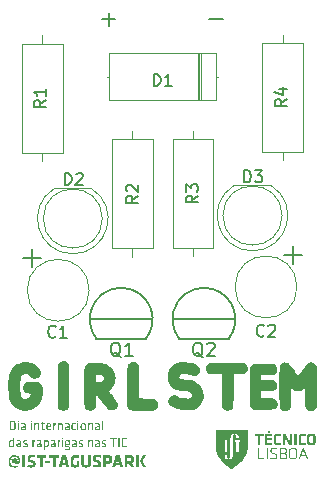
<source format=gbr>
%TF.GenerationSoftware,KiCad,Pcbnew,(6.0.0)*%
%TF.CreationDate,2022-04-03T23:20:59+01:00*%
%TF.ProjectId,kit-soldadura-pcb,6b69742d-736f-46c6-9461-647572612d70,rev?*%
%TF.SameCoordinates,Original*%
%TF.FileFunction,Legend,Top*%
%TF.FilePolarity,Positive*%
%FSLAX46Y46*%
G04 Gerber Fmt 4.6, Leading zero omitted, Abs format (unit mm)*
G04 Created by KiCad (PCBNEW (6.0.0)) date 2022-04-03 23:20:59*
%MOMM*%
%LPD*%
G01*
G04 APERTURE LIST*
%ADD10C,0.150000*%
%ADD11C,0.120000*%
%ADD12C,0.203200*%
G04 APERTURE END LIST*
D10*
X153208571Y-78597142D02*
X154351428Y-78597142D01*
X144098571Y-78597142D02*
X145241428Y-78597142D01*
X144670000Y-79168571D02*
X144670000Y-78025714D01*
%TO.C,C2*%
X157823333Y-105367142D02*
X157775714Y-105414761D01*
X157632857Y-105462380D01*
X157537619Y-105462380D01*
X157394761Y-105414761D01*
X157299523Y-105319523D01*
X157251904Y-105224285D01*
X157204285Y-105033809D01*
X157204285Y-104890952D01*
X157251904Y-104700476D01*
X157299523Y-104605238D01*
X157394761Y-104510000D01*
X157537619Y-104462380D01*
X157632857Y-104462380D01*
X157775714Y-104510000D01*
X157823333Y-104557619D01*
X158204285Y-104557619D02*
X158251904Y-104510000D01*
X158347142Y-104462380D01*
X158585238Y-104462380D01*
X158680476Y-104510000D01*
X158728095Y-104557619D01*
X158775714Y-104652857D01*
X158775714Y-104748095D01*
X158728095Y-104890952D01*
X158156666Y-105462380D01*
X158775714Y-105462380D01*
X161064847Y-98595596D02*
X159541038Y-98595596D01*
X160302943Y-97833692D02*
X160302943Y-99357501D01*
%TO.C,C1*%
X140173333Y-105447142D02*
X140125714Y-105494761D01*
X139982857Y-105542380D01*
X139887619Y-105542380D01*
X139744761Y-105494761D01*
X139649523Y-105399523D01*
X139601904Y-105304285D01*
X139554285Y-105113809D01*
X139554285Y-104970952D01*
X139601904Y-104780476D01*
X139649523Y-104685238D01*
X139744761Y-104590000D01*
X139887619Y-104542380D01*
X139982857Y-104542380D01*
X140125714Y-104590000D01*
X140173333Y-104637619D01*
X141125714Y-105542380D02*
X140554285Y-105542380D01*
X140840000Y-105542380D02*
X140840000Y-104542380D01*
X140744761Y-104685238D01*
X140649523Y-104780476D01*
X140554285Y-104828095D01*
X137397378Y-98775513D02*
X138921187Y-98775513D01*
X138159283Y-99537417D02*
X138159283Y-98013608D01*
%TO.C,D3*%
X156152171Y-92401741D02*
X156152171Y-91401741D01*
X156390267Y-91401741D01*
X156533124Y-91449361D01*
X156628362Y-91544599D01*
X156675981Y-91639837D01*
X156723600Y-91830313D01*
X156723600Y-91973170D01*
X156675981Y-92163646D01*
X156628362Y-92258884D01*
X156533124Y-92354122D01*
X156390267Y-92401741D01*
X156152171Y-92401741D01*
X157056933Y-91401741D02*
X157675981Y-91401741D01*
X157342647Y-91782694D01*
X157485505Y-91782694D01*
X157580743Y-91830313D01*
X157628362Y-91877932D01*
X157675981Y-91973170D01*
X157675981Y-92211265D01*
X157628362Y-92306503D01*
X157580743Y-92354122D01*
X157485505Y-92401741D01*
X157199790Y-92401741D01*
X157104552Y-92354122D01*
X157056933Y-92306503D01*
%TO.C,R4*%
X159754306Y-85366738D02*
X159278116Y-85700072D01*
X159754306Y-85938167D02*
X158754306Y-85938167D01*
X158754306Y-85557214D01*
X158801926Y-85461976D01*
X158849545Y-85414357D01*
X158944783Y-85366738D01*
X159087640Y-85366738D01*
X159182878Y-85414357D01*
X159230497Y-85461976D01*
X159278116Y-85557214D01*
X159278116Y-85938167D01*
X159087640Y-84509595D02*
X159754306Y-84509595D01*
X158706687Y-84747691D02*
X159420973Y-84985786D01*
X159420973Y-84366738D01*
%TO.C,R3*%
X152222380Y-93539418D02*
X151746190Y-93872752D01*
X152222380Y-94110847D02*
X151222380Y-94110847D01*
X151222380Y-93729894D01*
X151270000Y-93634656D01*
X151317619Y-93587037D01*
X151412857Y-93539418D01*
X151555714Y-93539418D01*
X151650952Y-93587037D01*
X151698571Y-93634656D01*
X151746190Y-93729894D01*
X151746190Y-94110847D01*
X151222380Y-93206085D02*
X151222380Y-92587037D01*
X151603333Y-92920371D01*
X151603333Y-92777513D01*
X151650952Y-92682275D01*
X151698571Y-92634656D01*
X151793809Y-92587037D01*
X152031904Y-92587037D01*
X152127142Y-92634656D01*
X152174761Y-92682275D01*
X152222380Y-92777513D01*
X152222380Y-93063228D01*
X152174761Y-93158466D01*
X152127142Y-93206085D01*
%TO.C,R2*%
X147142380Y-93543441D02*
X146666190Y-93876775D01*
X147142380Y-94114870D02*
X146142380Y-94114870D01*
X146142380Y-93733917D01*
X146190000Y-93638679D01*
X146237619Y-93591060D01*
X146332857Y-93543441D01*
X146475714Y-93543441D01*
X146570952Y-93591060D01*
X146618571Y-93638679D01*
X146666190Y-93733917D01*
X146666190Y-94114870D01*
X146237619Y-93162489D02*
X146190000Y-93114870D01*
X146142380Y-93019632D01*
X146142380Y-92781536D01*
X146190000Y-92686298D01*
X146237619Y-92638679D01*
X146332857Y-92591060D01*
X146428095Y-92591060D01*
X146570952Y-92638679D01*
X147142380Y-93210108D01*
X147142380Y-92591060D01*
%TO.C,R1*%
X139332380Y-85442803D02*
X138856190Y-85776137D01*
X139332380Y-86014232D02*
X138332380Y-86014232D01*
X138332380Y-85633279D01*
X138380000Y-85538041D01*
X138427619Y-85490422D01*
X138522857Y-85442803D01*
X138665714Y-85442803D01*
X138760952Y-85490422D01*
X138808571Y-85538041D01*
X138856190Y-85633279D01*
X138856190Y-86014232D01*
X139332380Y-84490422D02*
X139332380Y-85061851D01*
X139332380Y-84776137D02*
X138332380Y-84776137D01*
X138475238Y-84871375D01*
X138570476Y-84966613D01*
X138618095Y-85061851D01*
%TO.C,Q2*%
X152643333Y-107213333D02*
X152536666Y-107160000D01*
X152430000Y-107053333D01*
X152270000Y-106893333D01*
X152163333Y-106840000D01*
X152056666Y-106840000D01*
X152110000Y-107106666D02*
X152003333Y-107053333D01*
X151896666Y-106946666D01*
X151843333Y-106733333D01*
X151843333Y-106360000D01*
X151896666Y-106146666D01*
X152003333Y-106040000D01*
X152110000Y-105986666D01*
X152323333Y-105986666D01*
X152430000Y-106040000D01*
X152536666Y-106146666D01*
X152590000Y-106360000D01*
X152590000Y-106733333D01*
X152536666Y-106946666D01*
X152430000Y-107053333D01*
X152323333Y-107106666D01*
X152110000Y-107106666D01*
X153016666Y-106093333D02*
X153070000Y-106040000D01*
X153176666Y-105986666D01*
X153443333Y-105986666D01*
X153550000Y-106040000D01*
X153603333Y-106093333D01*
X153656666Y-106200000D01*
X153656666Y-106306666D01*
X153603333Y-106466666D01*
X152963333Y-107106666D01*
X153656666Y-107106666D01*
%TO.C,Q1*%
X145693333Y-107193333D02*
X145586666Y-107140000D01*
X145480000Y-107033333D01*
X145320000Y-106873333D01*
X145213333Y-106820000D01*
X145106666Y-106820000D01*
X145160000Y-107086666D02*
X145053333Y-107033333D01*
X144946666Y-106926666D01*
X144893333Y-106713333D01*
X144893333Y-106340000D01*
X144946666Y-106126666D01*
X145053333Y-106020000D01*
X145160000Y-105966666D01*
X145373333Y-105966666D01*
X145480000Y-106020000D01*
X145586666Y-106126666D01*
X145640000Y-106340000D01*
X145640000Y-106713333D01*
X145586666Y-106926666D01*
X145480000Y-107033333D01*
X145373333Y-107086666D01*
X145160000Y-107086666D01*
X146706666Y-107086666D02*
X146066666Y-107086666D01*
X146386666Y-107086666D02*
X146386666Y-105966666D01*
X146280000Y-106126666D01*
X146173333Y-106233333D01*
X146066666Y-106286666D01*
%TO.C,D2*%
X140958699Y-92613743D02*
X140958699Y-91613743D01*
X141196795Y-91613743D01*
X141339652Y-91661363D01*
X141434890Y-91756601D01*
X141482509Y-91851839D01*
X141530128Y-92042315D01*
X141530128Y-92185172D01*
X141482509Y-92375648D01*
X141434890Y-92470886D01*
X141339652Y-92566124D01*
X141196795Y-92613743D01*
X140958699Y-92613743D01*
X141911080Y-91708982D02*
X141958699Y-91661363D01*
X142053937Y-91613743D01*
X142292033Y-91613743D01*
X142387271Y-91661363D01*
X142434890Y-91708982D01*
X142482509Y-91804220D01*
X142482509Y-91899458D01*
X142434890Y-92042315D01*
X141863461Y-92613743D01*
X142482509Y-92613743D01*
%TO.C,D1*%
X148491904Y-84238517D02*
X148491904Y-83238517D01*
X148730000Y-83238517D01*
X148872857Y-83286137D01*
X148968095Y-83381375D01*
X149015714Y-83476613D01*
X149063333Y-83667089D01*
X149063333Y-83809946D01*
X149015714Y-84000422D01*
X148968095Y-84095660D01*
X148872857Y-84190898D01*
X148730000Y-84238517D01*
X148491904Y-84238517D01*
X150015714Y-84238517D02*
X149444285Y-84238517D01*
X149730000Y-84238517D02*
X149730000Y-83238517D01*
X149634761Y-83381375D01*
X149539523Y-83476613D01*
X149444285Y-83524232D01*
D11*
%TO.C,C2*%
X160610000Y-101260000D02*
G75*
G03*
X160610000Y-101260000I-2620000J0D01*
G01*
%TO.C,C1*%
X143019197Y-101542872D02*
G75*
G03*
X143019197Y-101542872I-2620000J0D01*
G01*
%TO.C,G\u002A\u002A\u002A*%
G36*
X153849830Y-115372187D02*
G01*
X153826069Y-115310092D01*
X153806148Y-115255077D01*
X154491938Y-115255077D01*
X154730308Y-115255077D01*
X154720538Y-115206231D01*
X154718017Y-115178279D01*
X154715736Y-115123543D01*
X154713785Y-115046498D01*
X154712250Y-114951621D01*
X154711219Y-114843388D01*
X154710779Y-114726275D01*
X154710769Y-114706046D01*
X154710769Y-114254708D01*
X154491938Y-114254708D01*
X154491938Y-115255077D01*
X153806148Y-115255077D01*
X153805897Y-115254385D01*
X153788998Y-115201902D01*
X153775054Y-115149475D01*
X153763746Y-115093938D01*
X153754758Y-115032125D01*
X153747772Y-114960869D01*
X153742471Y-114877004D01*
X153738536Y-114777364D01*
X153735650Y-114658782D01*
X153733496Y-114518091D01*
X153731756Y-114352127D01*
X153730296Y-114180461D01*
X153723773Y-113379385D01*
X156445785Y-113379385D01*
X156445785Y-114159196D01*
X156445645Y-114350701D01*
X156445072Y-114514071D01*
X156443834Y-114652437D01*
X156441697Y-114768924D01*
X156438429Y-114866660D01*
X156433799Y-114948773D01*
X156427573Y-115018391D01*
X156419519Y-115078641D01*
X156409406Y-115132651D01*
X156397000Y-115183548D01*
X156382069Y-115234460D01*
X156364381Y-115288515D01*
X156361181Y-115297955D01*
X156274767Y-115505746D01*
X156158913Y-115709692D01*
X156015384Y-115907828D01*
X155845945Y-116098188D01*
X155652361Y-116278808D01*
X155436397Y-116447722D01*
X155199819Y-116602967D01*
X155176457Y-116616861D01*
X155132968Y-116641383D01*
X155100598Y-116657578D01*
X155089127Y-116661504D01*
X155071506Y-116653734D01*
X155034385Y-116633379D01*
X154984815Y-116604353D01*
X154968677Y-116594605D01*
X154732273Y-116437528D01*
X154516963Y-116267311D01*
X154324550Y-116085927D01*
X154156840Y-115895348D01*
X154015638Y-115697546D01*
X153963277Y-115603365D01*
X154491938Y-115603365D01*
X154495234Y-115643016D01*
X154508912Y-115675331D01*
X154538658Y-115710952D01*
X154561413Y-115733404D01*
X154635070Y-115789907D01*
X154698182Y-115815941D01*
X154786494Y-115827673D01*
X154883171Y-115825696D01*
X154975323Y-115811082D01*
X155045724Y-115787059D01*
X155100886Y-115751878D01*
X155147366Y-115707727D01*
X155156818Y-115695254D01*
X155195323Y-115638589D01*
X155196642Y-114794248D01*
X155197101Y-114631528D01*
X155197931Y-114475770D01*
X155198447Y-114411015D01*
X155351631Y-114411015D01*
X155461046Y-114411015D01*
X155461046Y-115255077D01*
X155695508Y-115255077D01*
X155695508Y-114411015D01*
X155804923Y-114411015D01*
X155804923Y-114254708D01*
X155351631Y-114254708D01*
X155351631Y-114411015D01*
X155198447Y-114411015D01*
X155199090Y-114330242D01*
X155200532Y-114198212D01*
X155202215Y-114082945D01*
X155204093Y-113987709D01*
X155206124Y-113915771D01*
X155208263Y-113870397D01*
X155209222Y-113859732D01*
X155223135Y-113790452D01*
X155246677Y-113747068D01*
X155283962Y-113724705D01*
X155328331Y-113718612D01*
X155388443Y-113729994D01*
X155431606Y-113766556D01*
X155456039Y-113826144D01*
X155461046Y-113879162D01*
X155463686Y-113942370D01*
X155474156Y-113983309D01*
X155496283Y-114010715D01*
X155527068Y-114029871D01*
X155581851Y-114043866D01*
X155630986Y-114031460D01*
X155668830Y-113997512D01*
X155689739Y-113946882D01*
X155689255Y-113890218D01*
X155660364Y-113817316D01*
X155604970Y-113758062D01*
X155525430Y-113714087D01*
X155424102Y-113687021D01*
X155388762Y-113682332D01*
X155289664Y-113682517D01*
X155194959Y-113701959D01*
X155111118Y-113737900D01*
X155044611Y-113787583D01*
X155002500Y-113846922D01*
X154998129Y-113868011D01*
X154994170Y-113911649D01*
X154990593Y-113979011D01*
X154987366Y-114071273D01*
X154984457Y-114189610D01*
X154981834Y-114335199D01*
X154979464Y-114509214D01*
X154977317Y-114712833D01*
X154976492Y-114805271D01*
X154968677Y-115723158D01*
X154933855Y-115757967D01*
X154889825Y-115784221D01*
X154836276Y-115792653D01*
X154786154Y-115782593D01*
X154762535Y-115766834D01*
X154745593Y-115735299D01*
X154731093Y-115681039D01*
X154723894Y-115635401D01*
X154708714Y-115556536D01*
X154684006Y-115504738D01*
X154647236Y-115476605D01*
X154599786Y-115468697D01*
X154546848Y-115482150D01*
X154510428Y-115520398D01*
X154493059Y-115580279D01*
X154491938Y-115603365D01*
X153963277Y-115603365D01*
X153902749Y-115494493D01*
X153849830Y-115372187D01*
G37*
G36*
X136492580Y-115935120D02*
G01*
X136524223Y-115853407D01*
X136570881Y-115797701D01*
X136633850Y-115766663D01*
X136714429Y-115758950D01*
X136748174Y-115761646D01*
X136805149Y-115771605D01*
X136856076Y-115785889D01*
X136875068Y-115793825D01*
X136918274Y-115816167D01*
X136889724Y-115945930D01*
X136873129Y-116023406D01*
X136864059Y-116075471D01*
X136862957Y-116107163D01*
X136870267Y-116123520D01*
X136886429Y-116129580D01*
X136905934Y-116130400D01*
X136955767Y-116116102D01*
X136996663Y-116077219D01*
X137026076Y-116019769D01*
X137041458Y-115949766D01*
X137040263Y-115873229D01*
X137032101Y-115832304D01*
X136996226Y-115754178D01*
X136938417Y-115692327D01*
X136864174Y-115648032D01*
X136778994Y-115622576D01*
X136688377Y-115617242D01*
X136597821Y-115633314D01*
X136512826Y-115672074D01*
X136472499Y-115701752D01*
X136406879Y-115776999D01*
X136362543Y-115868001D01*
X136339909Y-115968117D01*
X136339394Y-116070709D01*
X136361417Y-116169137D01*
X136406396Y-116256761D01*
X136435321Y-116292047D01*
X136500762Y-116348196D01*
X136573918Y-116383321D01*
X136662706Y-116400436D01*
X136727569Y-116403319D01*
X136795530Y-116402103D01*
X136858778Y-116398322D01*
X136904794Y-116392757D01*
X136908545Y-116392011D01*
X136945300Y-116386191D01*
X136964644Y-116394345D01*
X136977687Y-116423437D01*
X136982332Y-116438265D01*
X136991507Y-116475338D01*
X136987783Y-116499272D01*
X136966074Y-116515295D01*
X136921296Y-116528638D01*
X136887015Y-116536294D01*
X136753109Y-116550832D01*
X136616908Y-116539634D01*
X136537702Y-116520218D01*
X136439144Y-116474393D01*
X136347461Y-116404623D01*
X136271185Y-116318183D01*
X136238243Y-116264943D01*
X136218910Y-116225291D01*
X136206569Y-116188889D01*
X136199689Y-116146861D01*
X136196740Y-116090332D01*
X136196180Y-116020985D01*
X136201039Y-115907846D01*
X136217448Y-115817279D01*
X136248286Y-115741823D01*
X136296434Y-115674014D01*
X136351623Y-115618178D01*
X136435990Y-115553848D01*
X136525530Y-115513092D01*
X136628480Y-115492932D01*
X136707444Y-115489461D01*
X136835841Y-115501138D01*
X136946946Y-115535338D01*
X137037943Y-115591082D01*
X137062036Y-115612990D01*
X137120555Y-115681107D01*
X137157353Y-115750646D01*
X137176181Y-115831275D01*
X137180862Y-115919385D01*
X137179370Y-115987465D01*
X137173220Y-116035821D01*
X137159902Y-116075915D01*
X137137203Y-116118703D01*
X137078950Y-116190852D01*
X137004652Y-116236201D01*
X136914052Y-116254893D01*
X136893514Y-116255446D01*
X136833159Y-116250094D01*
X136788697Y-116231217D01*
X136771753Y-116218529D01*
X136731898Y-116193396D01*
X136698833Y-116193050D01*
X136696308Y-116193985D01*
X136661614Y-116201854D01*
X136611981Y-116206797D01*
X136593223Y-116207455D01*
X136533663Y-116202598D01*
X136495640Y-116183048D01*
X136476109Y-116144611D01*
X136472024Y-116083094D01*
X136473858Y-116055937D01*
X136611185Y-116055937D01*
X136614929Y-116076747D01*
X136629894Y-116083148D01*
X136640503Y-116083508D01*
X136683334Y-116076122D01*
X136704620Y-116067611D01*
X136727140Y-116042281D01*
X136747229Y-115998862D01*
X136760470Y-115950464D01*
X136762448Y-115910195D01*
X136760365Y-115902115D01*
X136740340Y-115886574D01*
X136705164Y-115880308D01*
X136667856Y-115887543D01*
X136642256Y-115912518D01*
X136625051Y-115960131D01*
X136615817Y-116012539D01*
X136611185Y-116055937D01*
X136473858Y-116055937D01*
X136474652Y-116044183D01*
X136492580Y-115935120D01*
G37*
G36*
X138282007Y-115498317D02*
G01*
X138359036Y-115501025D01*
X138415928Y-115505201D01*
X138448050Y-115510571D01*
X138452919Y-115512985D01*
X138460194Y-115537656D01*
X138460432Y-115584008D01*
X138457535Y-115614585D01*
X138446830Y-115700554D01*
X138263230Y-115694733D01*
X138173770Y-115692944D01*
X138110871Y-115695432D01*
X138069926Y-115704064D01*
X138046328Y-115720705D01*
X138035470Y-115747220D01*
X138032744Y-115785477D01*
X138032738Y-115788077D01*
X138036202Y-115824806D01*
X138049772Y-115852845D01*
X138078214Y-115875581D01*
X138126296Y-115896400D01*
X138198784Y-115918690D01*
X138227785Y-115926651D01*
X138325071Y-115956110D01*
X138395252Y-115987300D01*
X138442304Y-116025302D01*
X138470206Y-116075195D01*
X138482932Y-116142060D01*
X138484461Y-116230977D01*
X138483706Y-116253571D01*
X138476740Y-116342050D01*
X138461604Y-116406383D01*
X138434870Y-116453324D01*
X138393110Y-116489627D01*
X138352160Y-116512797D01*
X138294520Y-116531482D01*
X138215492Y-116543530D01*
X138124303Y-116548631D01*
X138030181Y-116546472D01*
X137942353Y-116536741D01*
X137900209Y-116528082D01*
X137848645Y-116513623D01*
X137809480Y-116499840D01*
X137793460Y-116491343D01*
X137788165Y-116469404D01*
X137788926Y-116429093D01*
X137794467Y-116382429D01*
X137803514Y-116341431D01*
X137811387Y-116322320D01*
X137831147Y-116315017D01*
X137876135Y-116318473D01*
X137923323Y-116327224D01*
X138024458Y-116343610D01*
X138111356Y-116348013D01*
X138178850Y-116340473D01*
X138216830Y-116324898D01*
X138241425Y-116291069D01*
X138252067Y-116242458D01*
X138247767Y-116192730D01*
X138228963Y-116156919D01*
X138204426Y-116143410D01*
X138157459Y-116126013D01*
X138096167Y-116107555D01*
X138061913Y-116098623D01*
X137983012Y-116076976D01*
X137926716Y-116055568D01*
X137884607Y-116030753D01*
X137861780Y-116011917D01*
X137835737Y-115987000D01*
X137819199Y-115964831D01*
X137809712Y-115937412D01*
X137804824Y-115896744D01*
X137802084Y-115834826D01*
X137801447Y-115815098D01*
X137802321Y-115718987D01*
X137813396Y-115646663D01*
X137836827Y-115591704D01*
X137874766Y-115547689D01*
X137897167Y-115529726D01*
X137916411Y-115517431D01*
X137938782Y-115508694D01*
X137969684Y-115502917D01*
X138014522Y-115499502D01*
X138078697Y-115497851D01*
X138167616Y-115497364D01*
X138189474Y-115497354D01*
X138282007Y-115498317D01*
G37*
G36*
X141938467Y-115492016D02*
G01*
X142009895Y-115495237D01*
X142066379Y-115499708D01*
X142088923Y-115502774D01*
X142151446Y-115514208D01*
X142147079Y-115607059D01*
X142142974Y-115658465D01*
X142136817Y-115696469D01*
X142131448Y-115710517D01*
X142111904Y-115713982D01*
X142068679Y-115714563D01*
X142009216Y-115712295D01*
X141971692Y-115709799D01*
X141868105Y-115705284D01*
X141791726Y-115710069D01*
X141739774Y-115724628D01*
X141709468Y-115749432D01*
X141706153Y-115754918D01*
X141700564Y-115780501D01*
X141695842Y-115830975D01*
X141692370Y-115899972D01*
X141690531Y-115981125D01*
X141690338Y-116017849D01*
X141690678Y-116109178D01*
X141692143Y-116174828D01*
X141695399Y-116220379D01*
X141701115Y-116251411D01*
X141709958Y-116273503D01*
X141722596Y-116292236D01*
X141723266Y-116293091D01*
X141743517Y-116315552D01*
X141765680Y-116327580D01*
X141799213Y-116331753D01*
X141853571Y-116330649D01*
X141860036Y-116330368D01*
X141963877Y-116325785D01*
X141972801Y-116003951D01*
X142077755Y-116008560D01*
X142182708Y-116013169D01*
X142187006Y-116258176D01*
X142189017Y-116352256D01*
X142189464Y-116419900D01*
X142185704Y-116465918D01*
X142175096Y-116495116D01*
X142154993Y-116512305D01*
X142122755Y-116522290D01*
X142075737Y-116529880D01*
X142034215Y-116536089D01*
X141927935Y-116548063D01*
X141825446Y-116550729D01*
X141735526Y-116544254D01*
X141667796Y-116529108D01*
X141575296Y-116482793D01*
X141503733Y-116415879D01*
X141495920Y-116405782D01*
X141485079Y-116389219D01*
X141476857Y-116369450D01*
X141470805Y-116341990D01*
X141466477Y-116302354D01*
X141463425Y-116246059D01*
X141461203Y-116168620D01*
X141459362Y-116065553D01*
X141458899Y-116034494D01*
X141454105Y-115706324D01*
X141495551Y-115635602D01*
X141539370Y-115577129D01*
X141594954Y-115535247D01*
X141666958Y-115508115D01*
X141760035Y-115493893D01*
X141862277Y-115490592D01*
X141938467Y-115492016D01*
G37*
G36*
X142600067Y-115881712D02*
G01*
X142601565Y-116002354D01*
X142603085Y-116095615D01*
X142605007Y-116165375D01*
X142607714Y-116215511D01*
X142611588Y-116249904D01*
X142617011Y-116272431D01*
X142624365Y-116286972D01*
X142634032Y-116297406D01*
X142641639Y-116303742D01*
X142684675Y-116323555D01*
X142743673Y-116333099D01*
X142805426Y-116331930D01*
X142856723Y-116319608D01*
X142871382Y-116311438D01*
X142880753Y-116302783D01*
X142888112Y-116289627D01*
X142893803Y-116268194D01*
X142898172Y-116234706D01*
X142901563Y-116185384D01*
X142904320Y-116116452D01*
X142906789Y-116024132D01*
X142909314Y-115904647D01*
X142909538Y-115893315D01*
X142917354Y-115497354D01*
X143151815Y-115497354D01*
X143151815Y-115895938D01*
X143151366Y-116006687D01*
X143150102Y-116108934D01*
X143148149Y-116197938D01*
X143145634Y-116268955D01*
X143142682Y-116317243D01*
X143140097Y-116336303D01*
X143110048Y-116396594D01*
X143058163Y-116455107D01*
X142992958Y-116502567D01*
X142982096Y-116508393D01*
X142918980Y-116529980D01*
X142836582Y-116543567D01*
X142745989Y-116548583D01*
X142658285Y-116544455D01*
X142584555Y-116530613D01*
X142579808Y-116529138D01*
X142507375Y-116492929D01*
X142442456Y-116437419D01*
X142394979Y-116371859D01*
X142383570Y-116346219D01*
X142376539Y-116310025D01*
X142371044Y-116244244D01*
X142367067Y-116148449D01*
X142364589Y-116022215D01*
X142363651Y-115892031D01*
X142362462Y-115489538D01*
X142595395Y-115489538D01*
X142600067Y-115881712D01*
G37*
G36*
X143707012Y-115490835D02*
G01*
X143755352Y-115492049D01*
X143850693Y-115495970D01*
X143923787Y-115501728D01*
X143971463Y-115508998D01*
X143989544Y-115516030D01*
X143999983Y-115546167D01*
X143998610Y-115604356D01*
X143996727Y-115621006D01*
X143985866Y-115707937D01*
X143825022Y-115698096D01*
X143752732Y-115694901D01*
X143688217Y-115694261D01*
X143640386Y-115696152D01*
X143622919Y-115698610D01*
X143598266Y-115707789D01*
X143586041Y-115725230D01*
X143581972Y-115760099D01*
X143581662Y-115787156D01*
X143582742Y-115826539D01*
X143589469Y-115854024D01*
X143607069Y-115873679D01*
X143640772Y-115889569D01*
X143695804Y-115905760D01*
X143752662Y-115920159D01*
X143853069Y-115948867D01*
X143926263Y-115980575D01*
X143976255Y-116019830D01*
X144007058Y-116071178D01*
X144022681Y-116139166D01*
X144027135Y-116228342D01*
X144027138Y-116231312D01*
X144021267Y-116334343D01*
X144001598Y-116413190D01*
X143965054Y-116470755D01*
X143908554Y-116509940D01*
X143829019Y-116533644D01*
X143723370Y-116544770D01*
X143693188Y-116545907D01*
X143623168Y-116546975D01*
X143561184Y-116546350D01*
X143516506Y-116544196D01*
X143503508Y-116542587D01*
X143438859Y-116527243D01*
X143382663Y-116508614D01*
X143341468Y-116489424D01*
X143321820Y-116472396D01*
X143321441Y-116466853D01*
X143328243Y-116440147D01*
X143336530Y-116395899D01*
X143339902Y-116374675D01*
X143346682Y-116332201D01*
X143351625Y-116306184D01*
X143352888Y-116302338D01*
X143368006Y-116305319D01*
X143405849Y-116313173D01*
X143458565Y-116324270D01*
X143464437Y-116325513D01*
X143559278Y-116341529D01*
X143643973Y-116348069D01*
X143711901Y-116344962D01*
X143754628Y-116333050D01*
X143773968Y-116314954D01*
X143783047Y-116281944D01*
X143784862Y-116239667D01*
X143782766Y-116191603D01*
X143773376Y-116163957D01*
X143752041Y-116145998D01*
X143741877Y-116140518D01*
X143701463Y-116124548D01*
X143646137Y-116108193D01*
X143614345Y-116100671D01*
X143513015Y-116074487D01*
X143439052Y-116042241D01*
X143388602Y-115999529D01*
X143357816Y-115941945D01*
X143342840Y-115865084D01*
X143339655Y-115786523D01*
X143343772Y-115693479D01*
X143357972Y-115625016D01*
X143385024Y-115575320D01*
X143427699Y-115538580D01*
X143467759Y-115517717D01*
X143500375Y-115504861D01*
X143533865Y-115496346D01*
X143574973Y-115491571D01*
X143630441Y-115489935D01*
X143707012Y-115490835D01*
G37*
G36*
X137595077Y-116536800D02*
G01*
X137360615Y-116536800D01*
X137360615Y-115489538D01*
X137595077Y-115489538D01*
X137595077Y-116536800D01*
G37*
G36*
X139361354Y-115708369D02*
G01*
X139080000Y-115708369D01*
X139080000Y-116536800D01*
X138845538Y-116536800D01*
X138845538Y-115708369D01*
X138562756Y-115708369D01*
X138567378Y-115602861D01*
X138572000Y-115497354D01*
X139361354Y-115489002D01*
X139361354Y-115708369D01*
G37*
G36*
X140455508Y-115708369D02*
G01*
X140174154Y-115708369D01*
X140174154Y-116536800D01*
X139939692Y-116536800D01*
X139939692Y-115708369D01*
X139658338Y-115708369D01*
X139658338Y-115489538D01*
X140455508Y-115489538D01*
X140455508Y-115708369D01*
G37*
G36*
X140572306Y-116007515D02*
G01*
X140608503Y-115889039D01*
X140642053Y-115780033D01*
X140671819Y-115684133D01*
X140696662Y-115604968D01*
X140715446Y-115546174D01*
X140727033Y-115511382D01*
X140730125Y-115503423D01*
X140748477Y-115497494D01*
X140790874Y-115492827D01*
X140850104Y-115490045D01*
X140891156Y-115489538D01*
X141043606Y-115489538D01*
X141197373Y-115993631D01*
X141234150Y-116114085D01*
X141268196Y-116225377D01*
X141298394Y-116323878D01*
X141323630Y-116405960D01*
X141342789Y-116467995D01*
X141354756Y-116506354D01*
X141358288Y-116517261D01*
X141353604Y-116527484D01*
X141327778Y-116533667D01*
X141276826Y-116536465D01*
X141239321Y-116536800D01*
X141113205Y-116536800D01*
X141096438Y-116470369D01*
X141081367Y-116411314D01*
X141067470Y-116372126D01*
X141048500Y-116348930D01*
X141018213Y-116337847D01*
X140970362Y-116335000D01*
X140898703Y-116336511D01*
X140881593Y-116336978D01*
X140713521Y-116341415D01*
X140688747Y-116435200D01*
X140663972Y-116528985D01*
X140536543Y-116533520D01*
X140471627Y-116534729D01*
X140433256Y-116532287D01*
X140416866Y-116525602D01*
X140416091Y-116517890D01*
X140422188Y-116498525D01*
X140436250Y-116452942D01*
X140457146Y-116384833D01*
X140483746Y-116297888D01*
X140514921Y-116195799D01*
X140533118Y-116136121D01*
X140780547Y-116136121D01*
X140781072Y-116138139D01*
X140800409Y-116142660D01*
X140840251Y-116145210D01*
X140889909Y-116145825D01*
X140938691Y-116144546D01*
X140975907Y-116141408D01*
X140990381Y-116137393D01*
X140990277Y-116118179D01*
X140980977Y-116070991D01*
X140962915Y-115997596D01*
X140936524Y-115899761D01*
X140904640Y-115787545D01*
X140884584Y-115718273D01*
X140828882Y-115924260D01*
X140809118Y-115999914D01*
X140793621Y-116064259D01*
X140783671Y-116111570D01*
X140780547Y-116136121D01*
X140533118Y-116136121D01*
X140549542Y-116082257D01*
X140572306Y-116007515D01*
G37*
G36*
X144492154Y-115491955D02*
G01*
X144594110Y-115494105D01*
X144670163Y-115496583D01*
X144725670Y-115500063D01*
X144765986Y-115505214D01*
X144796470Y-115512709D01*
X144822476Y-115523218D01*
X144847754Y-115536514D01*
X144895741Y-115567794D01*
X144929986Y-115603535D01*
X144952642Y-115649415D01*
X144965863Y-115711114D01*
X144971800Y-115794309D01*
X144972776Y-115866273D01*
X144972191Y-115946469D01*
X144969706Y-116002452D01*
X144964259Y-116041259D01*
X144954789Y-116069928D01*
X144940234Y-116095496D01*
X144937631Y-116099375D01*
X144896948Y-116146968D01*
X144846041Y-116181056D01*
X144779440Y-116203678D01*
X144691673Y-116216874D01*
X144609385Y-116221789D01*
X144441354Y-116227643D01*
X144441354Y-116536800D01*
X144206892Y-116536800D01*
X144206892Y-116024295D01*
X144441354Y-116024295D01*
X144564006Y-116018725D01*
X144633389Y-116012867D01*
X144685765Y-116003044D01*
X144712499Y-115991710D01*
X144727990Y-115968787D01*
X144736127Y-115928092D01*
X144738338Y-115867901D01*
X144735526Y-115798334D01*
X144723597Y-115752395D01*
X144697317Y-115725293D01*
X144651450Y-115712238D01*
X144580761Y-115708440D01*
X144563977Y-115708369D01*
X144441354Y-115708369D01*
X144441354Y-116024295D01*
X144206892Y-116024295D01*
X144206892Y-115486557D01*
X144492154Y-115491955D01*
G37*
G36*
X145120756Y-115995886D02*
G01*
X145152925Y-115889407D01*
X145183599Y-115787617D01*
X145211499Y-115694747D01*
X145235347Y-115615027D01*
X145253862Y-115552685D01*
X145265765Y-115511953D01*
X145269785Y-115497104D01*
X145284313Y-115493931D01*
X145323492Y-115491414D01*
X145380714Y-115489869D01*
X145426479Y-115489538D01*
X145497659Y-115489830D01*
X145543861Y-115491713D01*
X145571368Y-115496701D01*
X145586463Y-115506308D01*
X145595430Y-115522047D01*
X145598971Y-115531088D01*
X145607416Y-115556172D01*
X145623683Y-115607078D01*
X145646496Y-115679721D01*
X145674582Y-115770014D01*
X145706665Y-115873871D01*
X145741470Y-115987204D01*
X145753758Y-116027365D01*
X145788913Y-116142144D01*
X145821498Y-116248083D01*
X145850296Y-116341256D01*
X145874086Y-116417736D01*
X145891650Y-116473596D01*
X145901771Y-116504907D01*
X145903369Y-116509446D01*
X145905724Y-116523002D01*
X145896089Y-116531178D01*
X145868857Y-116535303D01*
X145818421Y-116536704D01*
X145787831Y-116536800D01*
X145661672Y-116536800D01*
X145632902Y-116439108D01*
X145604133Y-116341415D01*
X145262892Y-116341415D01*
X145233720Y-116439108D01*
X145204548Y-116536800D01*
X145079186Y-116536800D01*
X145013995Y-116535494D01*
X144975976Y-116531135D01*
X144961130Y-116523060D01*
X144961207Y-116517261D01*
X144968012Y-116496385D01*
X144982279Y-116450590D01*
X145002727Y-116384107D01*
X145028079Y-116301166D01*
X145057054Y-116205995D01*
X145077850Y-116137491D01*
X145316677Y-116137491D01*
X145330987Y-116141700D01*
X145368647Y-116144750D01*
X145421748Y-116146024D01*
X145426092Y-116146031D01*
X145484131Y-116144987D01*
X145517381Y-116140780D01*
X145532280Y-116131800D01*
X145535321Y-116118677D01*
X145531229Y-116093591D01*
X145520214Y-116045323D01*
X145503941Y-115980748D01*
X145484077Y-115906742D01*
X145483462Y-115904517D01*
X145431789Y-115717711D01*
X145374233Y-115923331D01*
X145353225Y-115998973D01*
X145335652Y-116063377D01*
X145323060Y-116110788D01*
X145316995Y-116135456D01*
X145316677Y-116137491D01*
X145077850Y-116137491D01*
X145088373Y-116102825D01*
X145120756Y-115995886D01*
G37*
G36*
X146261569Y-115489538D02*
G01*
X146388864Y-115491028D01*
X146489367Y-115496040D01*
X146567428Y-115505383D01*
X146627397Y-115519871D01*
X146673627Y-115540313D01*
X146710468Y-115567521D01*
X146717869Y-115574620D01*
X146760088Y-115630553D01*
X146786599Y-115700687D01*
X146798615Y-115789955D01*
X146797622Y-115898620D01*
X146785966Y-116000479D01*
X146762914Y-116076431D01*
X146726846Y-116130264D01*
X146685275Y-116161177D01*
X146646034Y-116182178D01*
X146718569Y-116285243D01*
X146762105Y-116346869D01*
X146807095Y-116410181D01*
X146843946Y-116461679D01*
X146844576Y-116462554D01*
X146898047Y-116536800D01*
X146606215Y-116535144D01*
X146496800Y-116376736D01*
X146450801Y-116310643D01*
X146417869Y-116266097D01*
X146393396Y-116238860D01*
X146372774Y-116224693D01*
X146351395Y-116219360D01*
X146324862Y-116218622D01*
X146262338Y-116218915D01*
X146257884Y-116377857D01*
X146253429Y-116536800D01*
X146020062Y-116536800D01*
X146020062Y-116005354D01*
X146254523Y-116005354D01*
X146372781Y-116005354D01*
X146434449Y-116003277D01*
X146486804Y-115997802D01*
X146519424Y-115990067D01*
X146521274Y-115989173D01*
X146537162Y-115976171D01*
X146546368Y-115953417D01*
X146550583Y-115913510D01*
X146551508Y-115856861D01*
X146549756Y-115792974D01*
X146540966Y-115750624D01*
X146519831Y-115725404D01*
X146481045Y-115712907D01*
X146419305Y-115708723D01*
X146372781Y-115708369D01*
X146254523Y-115708369D01*
X146254523Y-116005354D01*
X146020062Y-116005354D01*
X146020062Y-115489538D01*
X146261569Y-115489538D01*
G37*
G36*
X147270944Y-116536800D02*
G01*
X147020009Y-116536800D01*
X147024128Y-116017077D01*
X147028246Y-115497354D01*
X147262708Y-115497354D01*
X147270944Y-116536800D01*
G37*
G36*
X147762432Y-115490630D02*
G01*
X147807606Y-115493539D01*
X147831334Y-115497716D01*
X147833231Y-115499392D01*
X147825828Y-115515468D01*
X147805255Y-115554167D01*
X147773961Y-115611034D01*
X147734398Y-115681613D01*
X147691011Y-115757960D01*
X147548790Y-116006675D01*
X147705410Y-116271737D01*
X147862029Y-116536800D01*
X147590415Y-116536800D01*
X147289947Y-116007272D01*
X147572893Y-115489538D01*
X147703062Y-115489538D01*
X147762432Y-115490630D01*
G37*
G36*
X139717700Y-116103046D02*
G01*
X139713046Y-116200738D01*
X139314462Y-116209488D01*
X139314462Y-116005354D01*
X139722353Y-116005354D01*
X139717700Y-116103046D01*
G37*
G36*
X158725831Y-114882228D02*
G01*
X158796612Y-114885563D01*
X158857289Y-114891134D01*
X158900221Y-114898747D01*
X158916307Y-114905808D01*
X158926463Y-114934372D01*
X158923340Y-114957843D01*
X158906896Y-114982958D01*
X158877470Y-114983211D01*
X158812726Y-114971614D01*
X158736061Y-114964658D01*
X158659123Y-114962765D01*
X158593561Y-114966353D01*
X158562393Y-114971868D01*
X158508946Y-114996386D01*
X158476840Y-115037724D01*
X158463143Y-115100499D01*
X158462154Y-115129749D01*
X158464841Y-115188078D01*
X158476396Y-115229263D01*
X158502061Y-115258959D01*
X158547075Y-115282822D01*
X158616679Y-115306508D01*
X158629528Y-115310384D01*
X158733959Y-115342795D01*
X158811877Y-115371197D01*
X158867118Y-115399065D01*
X158903521Y-115429879D01*
X158924924Y-115467115D01*
X158935164Y-115514252D01*
X158938078Y-115574766D01*
X158938118Y-115590019D01*
X158931357Y-115684149D01*
X158909419Y-115754730D01*
X158869218Y-115804633D01*
X158807668Y-115836731D01*
X158721684Y-115853896D01*
X158649723Y-115858449D01*
X158583324Y-115859331D01*
X158524788Y-115858388D01*
X158484381Y-115855834D01*
X158477785Y-115854872D01*
X158409649Y-115837485D01*
X158371049Y-115815745D01*
X158360440Y-115788660D01*
X158362097Y-115780554D01*
X158370690Y-115754825D01*
X158381861Y-115743837D01*
X158405029Y-115744724D01*
X158448368Y-115754337D01*
X158498843Y-115762260D01*
X158566272Y-115768053D01*
X158636363Y-115770500D01*
X158638710Y-115770510D01*
X158702351Y-115769654D01*
X158743596Y-115765203D01*
X158771275Y-115755063D01*
X158794217Y-115737140D01*
X158798926Y-115732526D01*
X158820450Y-115706390D01*
X158832113Y-115675903D01*
X158836731Y-115630762D01*
X158837292Y-115592209D01*
X158835673Y-115539023D01*
X158827562Y-115500877D01*
X158808080Y-115473232D01*
X158772347Y-115451549D01*
X158715484Y-115431288D01*
X158641908Y-115410435D01*
X158540547Y-115379966D01*
X158466526Y-115348976D01*
X158416156Y-115313162D01*
X158385744Y-115268215D01*
X158371600Y-115209833D01*
X158370033Y-115133707D01*
X158372208Y-115095823D01*
X158384007Y-115015391D01*
X158408578Y-114958383D01*
X158449935Y-114918211D01*
X158494490Y-114895124D01*
X158529275Y-114887578D01*
X158584521Y-114883042D01*
X158652587Y-114881324D01*
X158725831Y-114882228D01*
G37*
G36*
X159947247Y-115255319D02*
G01*
X159948081Y-115176517D01*
X159950062Y-115119277D01*
X159953675Y-115078753D01*
X159959404Y-115050094D01*
X159967732Y-115028453D01*
X159979145Y-115008979D01*
X159982708Y-115003626D01*
X160020015Y-114961387D01*
X160068165Y-114922505D01*
X160080401Y-114914859D01*
X160112609Y-114898215D01*
X160144738Y-114888014D01*
X160185150Y-114883056D01*
X160242212Y-114882140D01*
X160300040Y-114883359D01*
X160373368Y-114886049D01*
X160423551Y-114890466D01*
X160458704Y-114898464D01*
X160486944Y-114911897D01*
X160516385Y-114932619D01*
X160516664Y-114932832D01*
X160556847Y-114967378D01*
X160586889Y-115004585D01*
X160608200Y-115049526D01*
X160622187Y-115107274D01*
X160630261Y-115182902D01*
X160633831Y-115281481D01*
X160634400Y-115356677D01*
X160633345Y-115474743D01*
X160629254Y-115566425D01*
X160621151Y-115636530D01*
X160608057Y-115689866D01*
X160588994Y-115731244D01*
X160562986Y-115765470D01*
X160548264Y-115780283D01*
X160484040Y-115822377D01*
X160400331Y-115850795D01*
X160306392Y-115864159D01*
X160211479Y-115861090D01*
X160130880Y-115842435D01*
X160075336Y-115820676D01*
X160032213Y-115797129D01*
X159999955Y-115767709D01*
X159977003Y-115728332D01*
X159961800Y-115674913D01*
X159952788Y-115603370D01*
X159948409Y-115509616D01*
X159947106Y-115389568D01*
X159947106Y-115389088D01*
X160040042Y-115389088D01*
X160040616Y-115476777D01*
X160043098Y-115555885D01*
X160047564Y-115619776D01*
X160054090Y-115661816D01*
X160056103Y-115668267D01*
X160079548Y-115703391D01*
X160116930Y-115736714D01*
X160122533Y-115740399D01*
X160154114Y-115756774D01*
X160189536Y-115765830D01*
X160238069Y-115768965D01*
X160303959Y-115767760D01*
X160368614Y-115764757D01*
X160410632Y-115759599D01*
X160438634Y-115749552D01*
X160461241Y-115731885D01*
X160479805Y-115712030D01*
X160525415Y-115660984D01*
X160525415Y-115366528D01*
X160525287Y-115263677D01*
X160524550Y-115187344D01*
X160522675Y-115132784D01*
X160519132Y-115095253D01*
X160513392Y-115070006D01*
X160504927Y-115052301D01*
X160493207Y-115037392D01*
X160488077Y-115031784D01*
X160434382Y-114992847D01*
X160365204Y-114969395D01*
X160288240Y-114961023D01*
X160211189Y-114967325D01*
X160141751Y-114987898D01*
X160087622Y-115022335D01*
X160063135Y-115054144D01*
X160055308Y-115085216D01*
X160049009Y-115140882D01*
X160044315Y-115214506D01*
X160041300Y-115299453D01*
X160040042Y-115389088D01*
X159947106Y-115389088D01*
X159947077Y-115360534D01*
X159947247Y-115255319D01*
G37*
G36*
X157364092Y-114882808D02*
G01*
X157407077Y-114887754D01*
X157415385Y-115754382D01*
X157630062Y-115758730D01*
X157844738Y-115763077D01*
X157849684Y-115806061D01*
X157854630Y-115849046D01*
X157321108Y-115849046D01*
X157321108Y-114877862D01*
X157364092Y-114882808D01*
G37*
G36*
X158083108Y-114882808D02*
G01*
X158126092Y-114887754D01*
X158130226Y-115368400D01*
X158134359Y-115849046D01*
X158040123Y-115849046D01*
X158040123Y-114877862D01*
X158083108Y-114882808D01*
G37*
G36*
X159164911Y-115036055D02*
G01*
X159165008Y-114965963D01*
X159165119Y-114916602D01*
X159165240Y-114892698D01*
X159165258Y-114891661D01*
X159179890Y-114886354D01*
X159219003Y-114882724D01*
X159275863Y-114880710D01*
X159343739Y-114880252D01*
X159415897Y-114881288D01*
X159485606Y-114883758D01*
X159546132Y-114887601D01*
X159590742Y-114892756D01*
X159604361Y-114895633D01*
X159654107Y-114917943D01*
X159697087Y-114950393D01*
X159698145Y-114951503D01*
X159717673Y-114976448D01*
X159729886Y-115006111D01*
X159736986Y-115049092D01*
X159741172Y-115113993D01*
X159741466Y-115120854D01*
X159743397Y-115185868D01*
X159741413Y-115228479D01*
X159733800Y-115257467D01*
X159718842Y-115281614D01*
X159707351Y-115295450D01*
X159667832Y-115341046D01*
X159717303Y-115392431D01*
X159743685Y-115422868D01*
X159759318Y-115452721D01*
X159767679Y-115492371D01*
X159772244Y-115552197D01*
X159772503Y-115557262D01*
X159770327Y-115656898D01*
X159751558Y-115732842D01*
X159714905Y-115788660D01*
X159678387Y-115817384D01*
X159654630Y-115829882D01*
X159627346Y-115838611D01*
X159590668Y-115844228D01*
X159538727Y-115847389D01*
X159465657Y-115848751D01*
X159396092Y-115848988D01*
X159315169Y-115848259D01*
X159246586Y-115846214D01*
X159195808Y-115843129D01*
X159168302Y-115839280D01*
X159164969Y-115837323D01*
X159164857Y-115819885D01*
X159164772Y-115775911D01*
X159164754Y-115755261D01*
X159259323Y-115755261D01*
X159437960Y-115755261D01*
X159520443Y-115754350D01*
X159577216Y-115751170D01*
X159613791Y-115745056D01*
X159635679Y-115735341D01*
X159641160Y-115730699D01*
X159655054Y-115706336D01*
X159662892Y-115663780D01*
X159665679Y-115597067D01*
X159665723Y-115584629D01*
X159664029Y-115515936D01*
X159655867Y-115467243D01*
X159636617Y-115434904D01*
X159601659Y-115415271D01*
X159546371Y-115404697D01*
X159466134Y-115399533D01*
X159429666Y-115398278D01*
X159259323Y-115392988D01*
X159259323Y-115755261D01*
X159164754Y-115755261D01*
X159164714Y-115710129D01*
X159164680Y-115627266D01*
X159164669Y-115532047D01*
X159164680Y-115429200D01*
X159164691Y-115392988D01*
X159164711Y-115323450D01*
X159164761Y-115219525D01*
X159164819Y-115135241D01*
X159259323Y-115135241D01*
X159260396Y-115203639D01*
X159263291Y-115260164D01*
X159267524Y-115297648D01*
X159271046Y-115308742D01*
X159290890Y-115313358D01*
X159334323Y-115315748D01*
X159393732Y-115315632D01*
X159427655Y-115314520D01*
X159499191Y-115310436D01*
X159546899Y-115304431D01*
X159578213Y-115294829D01*
X159600566Y-115279958D01*
X159606647Y-115274207D01*
X159632271Y-115231216D01*
X159646806Y-115171753D01*
X159649700Y-115107133D01*
X159640405Y-115048668D01*
X159619557Y-115008892D01*
X159601929Y-114993001D01*
X159580605Y-114982759D01*
X159548762Y-114976945D01*
X159499574Y-114974340D01*
X159426218Y-114973724D01*
X159422837Y-114973723D01*
X159259323Y-114973723D01*
X159259323Y-115135241D01*
X159164819Y-115135241D01*
X159164828Y-115122152D01*
X159164911Y-115036055D01*
G37*
G36*
X160940627Y-115309999D02*
G01*
X160978325Y-115201952D01*
X160989731Y-115169108D01*
X161019397Y-115084999D01*
X161046592Y-115010570D01*
X161069290Y-114951157D01*
X161085468Y-114912098D01*
X161092018Y-114899477D01*
X161117458Y-114885825D01*
X161157301Y-114879943D01*
X161158462Y-114879938D01*
X161198160Y-114885512D01*
X161223675Y-114898972D01*
X161224072Y-114899477D01*
X161234124Y-114920359D01*
X161252261Y-114965257D01*
X161276360Y-115028638D01*
X161304298Y-115104973D01*
X161321591Y-115153477D01*
X161358352Y-115257274D01*
X161399528Y-115373039D01*
X161440416Y-115487573D01*
X161476311Y-115587679D01*
X161480713Y-115599911D01*
X161507997Y-115676912D01*
X161530970Y-115744097D01*
X161547714Y-115795675D01*
X161556313Y-115825858D01*
X161557046Y-115830464D01*
X161543549Y-115843825D01*
X161513044Y-115849046D01*
X161489126Y-115846462D01*
X161471740Y-115834440D01*
X161455995Y-115806572D01*
X161437001Y-115756451D01*
X161432501Y-115743538D01*
X161412234Y-115688272D01*
X161393795Y-115643570D01*
X161381077Y-115618852D01*
X161380804Y-115618492D01*
X161362540Y-115609710D01*
X161321758Y-115603687D01*
X161255643Y-115600185D01*
X161161378Y-115598960D01*
X161152372Y-115598954D01*
X160939094Y-115598954D01*
X160894664Y-115724000D01*
X160872280Y-115784926D01*
X160855476Y-115822023D01*
X160840050Y-115841155D01*
X160821802Y-115848186D01*
X160805056Y-115849046D01*
X160772875Y-115844665D01*
X160759877Y-115834436D01*
X160764887Y-115815056D01*
X160778618Y-115772149D01*
X160799119Y-115711572D01*
X160824440Y-115639184D01*
X160831442Y-115619513D01*
X160863101Y-115530402D01*
X160872371Y-115504121D01*
X160978708Y-115504121D01*
X160994082Y-115512217D01*
X161039382Y-115517705D01*
X161113369Y-115520472D01*
X161158462Y-115520800D01*
X161248221Y-115519348D01*
X161307114Y-115514977D01*
X161335398Y-115507660D01*
X161338215Y-115503589D01*
X161333425Y-115484401D01*
X161320394Y-115441973D01*
X161301129Y-115382243D01*
X161277639Y-115311146D01*
X161251931Y-115234620D01*
X161226014Y-115158602D01*
X161201896Y-115089028D01*
X161181584Y-115031835D01*
X161167087Y-114992960D01*
X161160606Y-114978472D01*
X161154131Y-114990463D01*
X161139843Y-115026498D01*
X161119695Y-115080928D01*
X161095645Y-115148100D01*
X161069646Y-115222364D01*
X161043656Y-115298069D01*
X161019628Y-115369564D01*
X160999519Y-115431197D01*
X160985284Y-115477319D01*
X160978878Y-115502278D01*
X160978708Y-115504121D01*
X160872371Y-115504121D01*
X160900858Y-115423356D01*
X160940627Y-115309999D01*
G37*
G36*
X139203744Y-114239077D02*
G01*
X139238092Y-114244062D01*
X139254788Y-114255441D01*
X139272158Y-114261533D01*
X139312563Y-114249893D01*
X139318112Y-114247625D01*
X139393862Y-114226575D01*
X139465419Y-114225752D01*
X139526015Y-114243893D01*
X139568887Y-114279734D01*
X139578461Y-114296244D01*
X139585381Y-114327080D01*
X139590909Y-114382332D01*
X139594552Y-114455163D01*
X139595815Y-114535925D01*
X139595475Y-114619368D01*
X139593818Y-114677761D01*
X139589888Y-114717312D01*
X139582731Y-114744229D01*
X139571392Y-114764723D01*
X139558057Y-114781374D01*
X139537804Y-114802687D01*
X139516725Y-114815677D01*
X139486779Y-114822395D01*
X139439926Y-114824893D01*
X139386114Y-114825231D01*
X139251929Y-114825231D01*
X139251934Y-114936881D01*
X139250354Y-114998785D01*
X139244754Y-115035817D01*
X139233855Y-115054249D01*
X139227214Y-115058020D01*
X139206842Y-115065479D01*
X139190931Y-115068217D01*
X139178928Y-115063006D01*
X139170283Y-115046618D01*
X139164446Y-115015824D01*
X139160865Y-114967396D01*
X139158990Y-114898106D01*
X139158270Y-114804726D01*
X139158153Y-114684027D01*
X139158154Y-114653292D01*
X139158154Y-114551664D01*
X139251938Y-114551664D01*
X139253237Y-114635277D01*
X139257356Y-114690748D01*
X139264629Y-114721102D01*
X139271477Y-114728909D01*
X139297091Y-114733455D01*
X139342469Y-114736848D01*
X139380342Y-114738027D01*
X139434183Y-114736764D01*
X139465532Y-114729528D01*
X139482950Y-114713966D01*
X139485850Y-114709027D01*
X139492904Y-114680694D01*
X139498401Y-114629776D01*
X139501565Y-114564941D01*
X139502031Y-114528246D01*
X139500402Y-114459573D01*
X139496033Y-114400267D01*
X139489700Y-114358994D01*
X139485850Y-114347465D01*
X139457288Y-114324347D01*
X139411050Y-114317421D01*
X139356132Y-114326574D01*
X139304583Y-114349767D01*
X139251938Y-114382303D01*
X139251938Y-114551664D01*
X139158154Y-114551664D01*
X139158154Y-114239077D01*
X139203744Y-114239077D01*
G37*
G36*
X140946181Y-114363567D02*
G01*
X140958665Y-114318718D01*
X140958995Y-114318086D01*
X140986366Y-114284182D01*
X141026107Y-114252564D01*
X141030389Y-114249974D01*
X141056465Y-114236803D01*
X141084612Y-114228969D01*
X141122121Y-114225860D01*
X141176279Y-114226865D01*
X141253092Y-114231289D01*
X141328601Y-114236723D01*
X141378191Y-114242079D01*
X141407176Y-114248618D01*
X141420871Y-114257603D01*
X141424587Y-114270298D01*
X141424615Y-114272047D01*
X141415137Y-114296454D01*
X141402969Y-114301600D01*
X141391272Y-114308388D01*
X141386470Y-114332625D01*
X141387753Y-114380121D01*
X141389245Y-114400290D01*
X141388839Y-114490562D01*
X141369407Y-114557285D01*
X141328439Y-114603450D01*
X141263427Y-114632048D01*
X141183945Y-114645095D01*
X141119275Y-114655100D01*
X141082468Y-114671583D01*
X141075083Y-114679896D01*
X141065959Y-114706180D01*
X141069005Y-114717107D01*
X141088324Y-114724006D01*
X141130918Y-114733407D01*
X141189073Y-114743699D01*
X141216638Y-114747953D01*
X141298607Y-114763087D01*
X141354072Y-114782469D01*
X141387787Y-114809962D01*
X141404506Y-114849430D01*
X141408985Y-114904245D01*
X141400451Y-114966289D01*
X141371640Y-115015416D01*
X141371279Y-115015836D01*
X141351777Y-115036456D01*
X141331311Y-115049480D01*
X141302327Y-115056803D01*
X141257276Y-115060322D01*
X141188604Y-115061932D01*
X141187618Y-115061947D01*
X141117893Y-115062191D01*
X141055559Y-115060928D01*
X141010420Y-115058414D01*
X140998677Y-115057001D01*
X140967317Y-115045941D01*
X140956379Y-115020219D01*
X140955692Y-115003762D01*
X140957260Y-114975352D01*
X140967653Y-114963911D01*
X140995405Y-114965054D01*
X141022123Y-114969631D01*
X141090734Y-114978048D01*
X141161225Y-114980341D01*
X141224664Y-114976859D01*
X141272116Y-114967950D01*
X141290474Y-114959154D01*
X141311100Y-114926425D01*
X141312734Y-114887642D01*
X141295713Y-114856640D01*
X141287846Y-114851338D01*
X141258958Y-114842755D01*
X141209622Y-114833822D01*
X141151077Y-114826536D01*
X141068901Y-114814373D01*
X141014007Y-114795511D01*
X140982757Y-114767837D01*
X140971510Y-114729240D01*
X140971323Y-114722243D01*
X140976905Y-114676550D01*
X140988200Y-114643149D01*
X140996073Y-114612823D01*
X140979557Y-114583463D01*
X140977161Y-114580769D01*
X140958871Y-114543809D01*
X140947080Y-114487619D01*
X140944509Y-114451065D01*
X141034588Y-114451065D01*
X141042077Y-114501133D01*
X141053385Y-114523460D01*
X141096908Y-114555490D01*
X141153402Y-114567393D01*
X141211671Y-114558873D01*
X141260520Y-114529634D01*
X141261203Y-114528957D01*
X141292129Y-114477748D01*
X141298757Y-114417412D01*
X141280164Y-114359577D01*
X141275237Y-114351970D01*
X141254492Y-114330819D01*
X141224114Y-114320328D01*
X141173970Y-114317255D01*
X141166708Y-114317231D01*
X141113731Y-114319677D01*
X141081649Y-114329180D01*
X141060332Y-114348981D01*
X141058179Y-114351970D01*
X141040092Y-114396481D01*
X141034588Y-114451065D01*
X140944509Y-114451065D01*
X140942585Y-114423703D01*
X140946181Y-114363567D01*
G37*
G36*
X136251171Y-114437124D02*
G01*
X136252828Y-114378731D01*
X136256758Y-114339180D01*
X136263915Y-114312263D01*
X136275254Y-114291769D01*
X136288589Y-114275118D01*
X136308842Y-114253805D01*
X136329921Y-114240815D01*
X136359867Y-114234097D01*
X136406720Y-114231599D01*
X136460532Y-114231261D01*
X136594717Y-114231261D01*
X136594713Y-114127426D01*
X136596540Y-114067689D01*
X136602955Y-114032694D01*
X136615343Y-114016087D01*
X136619432Y-114014103D01*
X136639969Y-114006600D01*
X136655968Y-114003909D01*
X136667997Y-114009282D01*
X136676622Y-114025974D01*
X136682408Y-114057239D01*
X136685922Y-114106330D01*
X136687730Y-114176502D01*
X136688398Y-114271007D01*
X136688493Y-114393101D01*
X136688492Y-114411015D01*
X136688492Y-114817415D01*
X136650718Y-114817415D01*
X136619324Y-114810572D01*
X136606687Y-114798646D01*
X136593813Y-114789804D01*
X136563046Y-114798124D01*
X136544407Y-114806461D01*
X136483224Y-114825065D01*
X136413019Y-114831296D01*
X136348210Y-114824624D01*
X136319045Y-114814764D01*
X136292878Y-114796609D01*
X136274089Y-114768300D01*
X136261596Y-114725181D01*
X136254321Y-114662599D01*
X136251184Y-114575898D01*
X136250880Y-114528246D01*
X136344615Y-114528246D01*
X136346244Y-114596919D01*
X136350613Y-114656226D01*
X136356946Y-114697498D01*
X136360796Y-114709027D01*
X136389126Y-114731762D01*
X136435327Y-114739162D01*
X136490056Y-114731272D01*
X136543908Y-114708171D01*
X136594708Y-114677198D01*
X136594708Y-114506702D01*
X136594347Y-114427190D01*
X136590829Y-114373756D01*
X136580503Y-114341222D01*
X136559717Y-114324408D01*
X136524819Y-114318135D01*
X136472159Y-114317225D01*
X136461118Y-114317231D01*
X136414224Y-114319407D01*
X136381893Y-114329169D01*
X136361445Y-114351367D01*
X136350203Y-114390852D01*
X136345490Y-114452473D01*
X136344615Y-114528246D01*
X136250880Y-114528246D01*
X136250831Y-114520567D01*
X136251171Y-114437124D01*
G37*
G36*
X136862320Y-114627962D02*
G01*
X136867109Y-114587630D01*
X136870140Y-114575839D01*
X136899642Y-114541476D01*
X136956005Y-114517891D01*
X137036410Y-114506045D01*
X137078485Y-114504800D01*
X137188677Y-114504800D01*
X137188677Y-114445755D01*
X137181941Y-114396082D01*
X137165517Y-114353843D01*
X137163444Y-114350685D01*
X137148466Y-114332860D01*
X137129390Y-114322563D01*
X137098539Y-114318227D01*
X137048237Y-114318282D01*
X137011044Y-114319557D01*
X136948372Y-114321614D01*
X136910380Y-114320656D01*
X136890511Y-114314915D01*
X136882208Y-114302620D01*
X136879141Y-114283945D01*
X136879750Y-114256814D01*
X136895399Y-114242503D01*
X136933849Y-114233613D01*
X137039407Y-114223586D01*
X137129822Y-114229892D01*
X137201323Y-114251650D01*
X137250137Y-114287978D01*
X137264665Y-114310904D01*
X137271962Y-114343402D01*
X137277563Y-114402489D01*
X137281163Y-114483520D01*
X137282461Y-114581854D01*
X137282462Y-114583689D01*
X137282462Y-114817415D01*
X137244307Y-114817415D01*
X137211466Y-114812014D01*
X137197073Y-114802725D01*
X137177448Y-114798153D01*
X137139615Y-114808323D01*
X137134130Y-114810540D01*
X137060434Y-114830794D01*
X136988659Y-114832118D01*
X136927917Y-114815125D01*
X136898797Y-114794680D01*
X136873593Y-114761465D01*
X136862343Y-114720294D01*
X136860827Y-114687331D01*
X136957988Y-114687331D01*
X136960917Y-114701313D01*
X136971484Y-114725669D01*
X136993341Y-114736603D01*
X137036354Y-114739032D01*
X137036575Y-114739031D01*
X137088795Y-114734140D01*
X137134336Y-114722333D01*
X137141785Y-114719031D01*
X137170326Y-114696116D01*
X137180439Y-114659506D01*
X137180862Y-114645015D01*
X137177979Y-114608134D01*
X137162962Y-114591841D01*
X137127204Y-114585658D01*
X137046193Y-114585402D01*
X136990820Y-114602379D01*
X136961335Y-114636413D01*
X136957988Y-114687331D01*
X136860827Y-114687331D01*
X136860431Y-114678727D01*
X136862320Y-114627962D01*
G37*
G36*
X137711239Y-114225779D02*
G01*
X137759350Y-114232964D01*
X137786372Y-114247085D01*
X137797307Y-114270009D01*
X137798313Y-114283884D01*
X137798350Y-114325046D01*
X137682271Y-114319945D01*
X137621926Y-114318133D01*
X137585057Y-114320360D01*
X137563969Y-114328278D01*
X137550967Y-114343536D01*
X137548044Y-114348755D01*
X137533056Y-114393621D01*
X137543099Y-114429669D01*
X137580176Y-114459506D01*
X137646289Y-114485742D01*
X137655246Y-114488468D01*
X137728425Y-114513763D01*
X137775662Y-114540794D01*
X137802086Y-114574777D01*
X137812821Y-114620927D01*
X137813908Y-114649880D01*
X137805372Y-114730411D01*
X137779349Y-114786039D01*
X137741110Y-114815692D01*
X137701942Y-114825055D01*
X137642166Y-114829821D01*
X137572130Y-114829745D01*
X137502183Y-114824581D01*
X137481754Y-114821850D01*
X137449758Y-114810783D01*
X137439185Y-114784142D01*
X137438769Y-114772070D01*
X137438769Y-114728800D01*
X137563250Y-114736007D01*
X137625284Y-114739161D01*
X137663500Y-114738578D01*
X137685279Y-114732457D01*
X137698006Y-114718997D01*
X137706989Y-114700946D01*
X137717457Y-114662700D01*
X137707336Y-114631974D01*
X137673424Y-114605119D01*
X137612517Y-114578487D01*
X137593584Y-114571742D01*
X137521027Y-114542151D01*
X137474543Y-114509855D01*
X137449109Y-114468930D01*
X137439703Y-114413453D01*
X137439266Y-114389745D01*
X137447265Y-114318764D01*
X137472435Y-114269563D01*
X137518079Y-114239372D01*
X137587497Y-114225418D01*
X137637034Y-114223659D01*
X137711239Y-114225779D01*
G37*
G36*
X138566073Y-114627962D02*
G01*
X138570863Y-114587630D01*
X138573894Y-114575839D01*
X138603396Y-114541476D01*
X138659758Y-114517891D01*
X138740164Y-114506045D01*
X138782239Y-114504800D01*
X138892431Y-114504800D01*
X138892431Y-114445755D01*
X138885695Y-114396082D01*
X138869271Y-114353843D01*
X138867198Y-114350685D01*
X138852220Y-114332860D01*
X138833144Y-114322563D01*
X138802293Y-114318227D01*
X138751991Y-114318282D01*
X138714798Y-114319557D01*
X138652126Y-114321614D01*
X138614134Y-114320656D01*
X138594265Y-114314915D01*
X138585962Y-114302620D01*
X138582895Y-114283945D01*
X138583503Y-114256814D01*
X138599153Y-114242503D01*
X138637603Y-114233613D01*
X138743161Y-114223586D01*
X138833576Y-114229892D01*
X138905076Y-114251650D01*
X138953891Y-114287978D01*
X138968419Y-114310904D01*
X138975716Y-114343402D01*
X138981317Y-114402489D01*
X138984917Y-114483520D01*
X138986215Y-114581854D01*
X138986215Y-114817415D01*
X138948061Y-114817415D01*
X138915220Y-114812014D01*
X138900827Y-114802725D01*
X138881202Y-114798153D01*
X138843369Y-114808323D01*
X138837884Y-114810540D01*
X138764188Y-114830794D01*
X138692413Y-114832118D01*
X138631671Y-114815125D01*
X138602551Y-114794680D01*
X138577347Y-114761465D01*
X138566097Y-114720294D01*
X138564581Y-114687331D01*
X138661742Y-114687331D01*
X138664671Y-114701313D01*
X138675238Y-114725669D01*
X138697095Y-114736603D01*
X138740108Y-114739032D01*
X138740329Y-114739031D01*
X138792549Y-114734140D01*
X138838090Y-114722333D01*
X138845538Y-114719031D01*
X138874080Y-114696116D01*
X138884193Y-114659506D01*
X138884615Y-114645015D01*
X138881733Y-114608134D01*
X138866716Y-114591841D01*
X138830958Y-114585658D01*
X138749947Y-114585402D01*
X138694574Y-114602379D01*
X138665089Y-114636413D01*
X138661742Y-114687331D01*
X138564581Y-114687331D01*
X138564185Y-114678727D01*
X138566073Y-114627962D01*
G37*
G36*
X139754012Y-114627962D02*
G01*
X139758802Y-114587630D01*
X139761833Y-114575839D01*
X139791334Y-114541476D01*
X139847697Y-114517891D01*
X139928102Y-114506045D01*
X139970178Y-114504800D01*
X140080369Y-114504800D01*
X140080369Y-114445755D01*
X140073634Y-114396082D01*
X140057209Y-114353843D01*
X140055136Y-114350685D01*
X140040159Y-114332860D01*
X140021082Y-114322563D01*
X139990231Y-114318227D01*
X139939929Y-114318282D01*
X139902736Y-114319557D01*
X139840064Y-114321614D01*
X139802073Y-114320656D01*
X139782203Y-114314915D01*
X139773900Y-114302620D01*
X139770834Y-114283945D01*
X139771442Y-114256814D01*
X139787092Y-114242503D01*
X139825541Y-114233613D01*
X139931099Y-114223586D01*
X140021514Y-114229892D01*
X140093015Y-114251650D01*
X140141829Y-114287978D01*
X140156357Y-114310904D01*
X140163655Y-114343402D01*
X140169255Y-114402489D01*
X140172856Y-114483520D01*
X140174153Y-114581854D01*
X140174154Y-114583689D01*
X140174154Y-114817415D01*
X140135999Y-114817415D01*
X140103158Y-114812014D01*
X140088766Y-114802725D01*
X140069140Y-114798153D01*
X140031308Y-114808323D01*
X140025822Y-114810540D01*
X139952127Y-114830794D01*
X139880352Y-114832118D01*
X139819609Y-114815125D01*
X139790489Y-114794680D01*
X139765286Y-114761465D01*
X139754036Y-114720294D01*
X139752519Y-114687331D01*
X139849681Y-114687331D01*
X139852609Y-114701313D01*
X139863176Y-114725669D01*
X139885034Y-114736603D01*
X139928046Y-114739032D01*
X139928267Y-114739031D01*
X139980488Y-114734140D01*
X140026029Y-114722333D01*
X140033477Y-114719031D01*
X140062018Y-114696116D01*
X140072132Y-114659506D01*
X140072554Y-114645015D01*
X140069671Y-114608134D01*
X140054654Y-114591841D01*
X140018896Y-114585658D01*
X139937886Y-114585402D01*
X139882513Y-114602379D01*
X139853027Y-114636413D01*
X139849681Y-114687331D01*
X139752519Y-114687331D01*
X139752123Y-114678727D01*
X139754012Y-114627962D01*
G37*
G36*
X141551550Y-114627962D02*
G01*
X141556340Y-114587630D01*
X141559371Y-114575839D01*
X141588873Y-114541476D01*
X141645235Y-114517891D01*
X141725641Y-114506045D01*
X141767716Y-114504800D01*
X141877908Y-114504800D01*
X141877908Y-114445755D01*
X141871172Y-114396082D01*
X141854748Y-114353843D01*
X141852675Y-114350685D01*
X141837697Y-114332860D01*
X141818621Y-114322563D01*
X141787770Y-114318227D01*
X141737468Y-114318282D01*
X141700275Y-114319557D01*
X141637603Y-114321614D01*
X141599611Y-114320656D01*
X141579742Y-114314915D01*
X141571439Y-114302620D01*
X141568372Y-114283945D01*
X141568980Y-114256814D01*
X141584630Y-114242503D01*
X141623080Y-114233613D01*
X141728638Y-114223586D01*
X141819053Y-114229892D01*
X141890553Y-114251650D01*
X141939367Y-114287978D01*
X141953896Y-114310904D01*
X141961193Y-114343402D01*
X141966794Y-114402489D01*
X141970394Y-114483520D01*
X141971692Y-114581854D01*
X141971692Y-114817415D01*
X141933538Y-114817415D01*
X141900696Y-114812014D01*
X141886304Y-114802725D01*
X141866679Y-114798153D01*
X141828846Y-114808323D01*
X141823361Y-114810540D01*
X141749665Y-114830794D01*
X141677890Y-114832118D01*
X141617148Y-114815125D01*
X141588028Y-114794680D01*
X141562824Y-114761465D01*
X141551574Y-114720294D01*
X141550058Y-114687331D01*
X141647219Y-114687331D01*
X141650148Y-114701313D01*
X141660714Y-114725669D01*
X141682572Y-114736603D01*
X141725584Y-114739032D01*
X141725805Y-114739031D01*
X141778026Y-114734140D01*
X141823567Y-114722333D01*
X141831015Y-114719031D01*
X141859557Y-114696116D01*
X141869670Y-114659506D01*
X141870092Y-114645015D01*
X141867209Y-114608134D01*
X141852193Y-114591841D01*
X141816435Y-114585658D01*
X141735424Y-114585402D01*
X141680051Y-114602379D01*
X141650566Y-114636413D01*
X141647219Y-114687331D01*
X141550058Y-114687331D01*
X141549662Y-114678727D01*
X141551550Y-114627962D01*
G37*
G36*
X142400470Y-114225779D02*
G01*
X142448581Y-114232964D01*
X142475602Y-114247085D01*
X142486538Y-114270009D01*
X142487544Y-114283884D01*
X142487580Y-114325046D01*
X142371502Y-114319945D01*
X142311157Y-114318133D01*
X142274288Y-114320360D01*
X142253199Y-114328278D01*
X142240197Y-114343536D01*
X142237275Y-114348755D01*
X142222286Y-114393621D01*
X142232330Y-114429669D01*
X142269407Y-114459506D01*
X142335520Y-114485742D01*
X142344477Y-114488468D01*
X142417655Y-114513763D01*
X142464893Y-114540794D01*
X142491316Y-114574777D01*
X142502052Y-114620927D01*
X142503138Y-114649880D01*
X142494603Y-114730411D01*
X142468579Y-114786039D01*
X142430341Y-114815692D01*
X142391173Y-114825055D01*
X142331397Y-114829821D01*
X142261361Y-114829745D01*
X142191414Y-114824581D01*
X142170985Y-114821850D01*
X142138989Y-114810783D01*
X142128416Y-114784142D01*
X142128000Y-114772070D01*
X142128000Y-114728800D01*
X142252481Y-114736007D01*
X142314515Y-114739161D01*
X142352730Y-114738578D01*
X142374510Y-114732457D01*
X142387236Y-114718997D01*
X142396220Y-114700946D01*
X142406688Y-114662700D01*
X142396567Y-114631974D01*
X142362655Y-114605119D01*
X142301748Y-114578487D01*
X142282814Y-114571742D01*
X142210257Y-114542151D01*
X142163773Y-114509855D01*
X142138340Y-114468930D01*
X142128934Y-114413453D01*
X142128497Y-114389745D01*
X142136495Y-114318764D01*
X142161666Y-114269563D01*
X142207310Y-114239372D01*
X142276728Y-114225418D01*
X142326265Y-114223659D01*
X142400470Y-114225779D01*
G37*
G36*
X143521027Y-114627962D02*
G01*
X143525817Y-114587630D01*
X143528848Y-114575839D01*
X143558349Y-114541476D01*
X143614712Y-114517891D01*
X143695118Y-114506045D01*
X143737193Y-114504800D01*
X143847385Y-114504800D01*
X143847385Y-114445755D01*
X143840649Y-114396082D01*
X143824225Y-114353843D01*
X143822152Y-114350685D01*
X143807174Y-114332860D01*
X143788098Y-114322563D01*
X143757247Y-114318227D01*
X143706945Y-114318282D01*
X143669752Y-114319557D01*
X143607080Y-114321614D01*
X143569088Y-114320656D01*
X143549219Y-114314915D01*
X143540916Y-114302620D01*
X143537849Y-114283945D01*
X143538457Y-114256814D01*
X143554107Y-114242503D01*
X143592557Y-114233613D01*
X143698115Y-114223586D01*
X143788530Y-114229892D01*
X143860030Y-114251650D01*
X143908844Y-114287978D01*
X143923373Y-114310904D01*
X143930670Y-114343402D01*
X143936271Y-114402489D01*
X143939871Y-114483520D01*
X143941169Y-114581854D01*
X143941169Y-114817415D01*
X143903015Y-114817415D01*
X143870173Y-114812014D01*
X143855781Y-114802725D01*
X143836156Y-114798153D01*
X143798323Y-114808323D01*
X143792838Y-114810540D01*
X143719142Y-114830794D01*
X143647367Y-114832118D01*
X143586625Y-114815125D01*
X143557505Y-114794680D01*
X143532301Y-114761465D01*
X143521051Y-114720294D01*
X143519534Y-114687331D01*
X143616696Y-114687331D01*
X143619625Y-114701313D01*
X143630191Y-114725669D01*
X143652049Y-114736603D01*
X143695061Y-114739032D01*
X143695282Y-114739031D01*
X143747503Y-114734140D01*
X143793044Y-114722333D01*
X143800492Y-114719031D01*
X143829034Y-114696116D01*
X143839147Y-114659506D01*
X143839569Y-114645015D01*
X143836686Y-114608134D01*
X143821670Y-114591841D01*
X143785912Y-114585658D01*
X143704901Y-114585402D01*
X143649528Y-114602379D01*
X143620043Y-114636413D01*
X143616696Y-114687331D01*
X143519534Y-114687331D01*
X143519138Y-114678727D01*
X143521027Y-114627962D01*
G37*
G36*
X144369947Y-114225779D02*
G01*
X144418058Y-114232964D01*
X144445079Y-114247085D01*
X144456015Y-114270009D01*
X144457021Y-114283884D01*
X144457057Y-114325046D01*
X144340979Y-114319945D01*
X144280634Y-114318133D01*
X144243765Y-114320360D01*
X144222676Y-114328278D01*
X144209674Y-114343536D01*
X144206752Y-114348755D01*
X144191763Y-114393621D01*
X144201807Y-114429669D01*
X144238884Y-114459506D01*
X144304997Y-114485742D01*
X144313954Y-114488468D01*
X144387132Y-114513763D01*
X144434370Y-114540794D01*
X144460793Y-114574777D01*
X144471529Y-114620927D01*
X144472615Y-114649880D01*
X144464079Y-114730411D01*
X144438056Y-114786039D01*
X144399818Y-114815692D01*
X144360650Y-114825055D01*
X144300873Y-114829821D01*
X144230838Y-114829745D01*
X144160891Y-114824581D01*
X144140462Y-114821850D01*
X144108466Y-114810783D01*
X144097893Y-114784142D01*
X144097477Y-114772070D01*
X144097477Y-114728800D01*
X144221958Y-114736007D01*
X144283992Y-114739161D01*
X144322207Y-114738578D01*
X144343987Y-114732457D01*
X144356713Y-114718997D01*
X144365697Y-114700946D01*
X144376164Y-114662700D01*
X144366044Y-114631974D01*
X144332132Y-114605119D01*
X144271225Y-114578487D01*
X144252291Y-114571742D01*
X144179734Y-114542151D01*
X144133250Y-114509855D01*
X144107817Y-114468930D01*
X144098411Y-114413453D01*
X144097974Y-114389745D01*
X144105972Y-114318764D01*
X144131143Y-114269563D01*
X144176787Y-114239372D01*
X144246205Y-114225418D01*
X144295742Y-114223659D01*
X144369947Y-114225779D01*
G37*
G36*
X146114582Y-114021737D02*
G01*
X146192970Y-114029802D01*
X146229737Y-114038619D01*
X146243405Y-114053802D01*
X146242446Y-114081273D01*
X146236244Y-114123532D01*
X146100756Y-114117054D01*
X146032583Y-114114731D01*
X145987412Y-114116419D01*
X145957115Y-114123290D01*
X145933559Y-114136514D01*
X145926234Y-114142184D01*
X145911715Y-114154820D01*
X145901333Y-114168862D01*
X145894394Y-114189365D01*
X145890206Y-114221384D01*
X145888073Y-114269976D01*
X145887302Y-114340197D01*
X145887200Y-114426646D01*
X145887336Y-114520808D01*
X145888206Y-114588764D01*
X145890503Y-114635571D01*
X145894923Y-114666283D01*
X145902157Y-114685957D01*
X145912901Y-114699649D01*
X145926234Y-114711108D01*
X145949349Y-114726576D01*
X145976645Y-114735322D01*
X146016252Y-114738517D01*
X146076299Y-114737332D01*
X146100756Y-114736238D01*
X146236244Y-114729760D01*
X146242475Y-114772216D01*
X146242341Y-114803454D01*
X146223811Y-114818538D01*
X146202768Y-114823859D01*
X146141713Y-114831042D01*
X146068857Y-114832391D01*
X145995533Y-114828427D01*
X145933073Y-114819672D01*
X145899231Y-114809872D01*
X145860893Y-114789719D01*
X145832130Y-114764170D01*
X145811621Y-114728769D01*
X145798049Y-114679064D01*
X145790094Y-114610601D01*
X145786436Y-114518926D01*
X145785717Y-114426646D01*
X145786898Y-114313316D01*
X145791344Y-114226746D01*
X145800409Y-114162493D01*
X145815446Y-114116114D01*
X145837808Y-114083165D01*
X145868850Y-114059204D01*
X145902671Y-114042752D01*
X145957744Y-114028646D01*
X146032139Y-114021473D01*
X146114582Y-114021737D01*
G37*
G36*
X138468045Y-114243731D02*
G01*
X138473122Y-114273906D01*
X138472022Y-114300890D01*
X138457412Y-114324423D01*
X138423555Y-114351874D01*
X138400062Y-114367765D01*
X138321908Y-114419213D01*
X138313158Y-114817415D01*
X138220308Y-114817415D01*
X138220308Y-114239077D01*
X138267200Y-114239077D01*
X138301524Y-114243990D01*
X138313609Y-114262269D01*
X138314092Y-114270338D01*
X138315784Y-114292349D01*
X138324842Y-114298948D01*
X138347240Y-114289368D01*
X138388952Y-114262845D01*
X138392899Y-114260236D01*
X138430473Y-114237344D01*
X138456031Y-114225453D01*
X138461716Y-114225183D01*
X138468045Y-114243731D01*
G37*
G36*
X140593830Y-114243731D02*
G01*
X140598906Y-114273906D01*
X140597807Y-114300890D01*
X140583196Y-114324423D01*
X140549339Y-114351874D01*
X140525846Y-114367765D01*
X140447692Y-114419213D01*
X140443318Y-114618314D01*
X140438943Y-114817415D01*
X140346092Y-114817415D01*
X140346092Y-114239077D01*
X140392985Y-114239077D01*
X140427308Y-114243990D01*
X140439393Y-114262269D01*
X140439877Y-114270338D01*
X140441569Y-114292349D01*
X140450626Y-114298948D01*
X140473024Y-114289368D01*
X140514737Y-114262845D01*
X140518684Y-114260236D01*
X140556258Y-114237344D01*
X140581816Y-114225453D01*
X140587501Y-114225183D01*
X140593830Y-114243731D01*
G37*
G36*
X140799385Y-114817415D02*
G01*
X140705600Y-114817415D01*
X140705600Y-114239077D01*
X140799385Y-114239077D01*
X140799385Y-114817415D01*
G37*
G36*
X143299630Y-114242163D02*
G01*
X143315938Y-114254708D01*
X143327418Y-114268390D01*
X143335697Y-114286206D01*
X143341291Y-114313070D01*
X143344718Y-114353892D01*
X143346496Y-114413587D01*
X143347141Y-114497066D01*
X143347200Y-114551692D01*
X143347200Y-114817415D01*
X143253415Y-114817415D01*
X143253415Y-114584868D01*
X143252750Y-114485233D01*
X143249787Y-114412983D01*
X143243082Y-114364252D01*
X143231187Y-114335175D01*
X143212656Y-114321886D01*
X143186040Y-114320521D01*
X143156426Y-114325750D01*
X143104421Y-114341116D01*
X143054186Y-114361289D01*
X143003323Y-114385544D01*
X143003323Y-114817415D01*
X142909538Y-114817415D01*
X142909538Y-114239077D01*
X142945489Y-114239077D01*
X142981283Y-114245957D01*
X142998326Y-114255963D01*
X143020931Y-114263541D01*
X143062619Y-114256125D01*
X143087967Y-114248147D01*
X143172765Y-114227322D01*
X143245069Y-114225377D01*
X143299630Y-114242163D01*
G37*
G36*
X145379200Y-114129661D02*
G01*
X145144738Y-114129661D01*
X145144738Y-114817415D01*
X145050954Y-114817415D01*
X145050954Y-114129661D01*
X144816492Y-114129661D01*
X144816492Y-114035877D01*
X145379200Y-114035877D01*
X145379200Y-114129661D01*
G37*
G36*
X145598031Y-114817415D02*
G01*
X145504246Y-114817415D01*
X145504246Y-114035877D01*
X145598031Y-114035877D01*
X145598031Y-114817415D01*
G37*
G36*
X159111362Y-113679828D02*
G01*
X159163365Y-113684271D01*
X159181169Y-113687539D01*
X159213771Y-113697857D01*
X159229891Y-113712966D01*
X159235325Y-113742553D01*
X159235877Y-113778963D01*
X159235877Y-113856123D01*
X159085435Y-113850618D01*
X158993089Y-113850098D01*
X158926586Y-113857040D01*
X158881179Y-113872465D01*
X158852119Y-113897396D01*
X158849255Y-113901448D01*
X158845346Y-113922262D01*
X158841978Y-113968634D01*
X158839399Y-114034863D01*
X158837857Y-114115247D01*
X158837532Y-114170223D01*
X158837720Y-114265037D01*
X158838865Y-114333609D01*
X158841518Y-114380957D01*
X158846233Y-114412099D01*
X158853565Y-114432052D01*
X158864066Y-114445833D01*
X158868395Y-114449949D01*
X158912065Y-114472337D01*
X158977561Y-114484496D01*
X159056904Y-114485630D01*
X159134277Y-114476438D01*
X159182343Y-114468845D01*
X159216261Y-114465776D01*
X159226609Y-114466955D01*
X159232562Y-114484851D01*
X159240259Y-114522830D01*
X159243689Y-114543854D01*
X159247625Y-114596076D01*
X159239010Y-114625931D01*
X159233462Y-114631850D01*
X159207734Y-114640514D01*
X159158605Y-114647399D01*
X159093897Y-114652276D01*
X159021432Y-114654916D01*
X158949032Y-114655090D01*
X158884520Y-114652571D01*
X158835717Y-114647130D01*
X158821662Y-114643881D01*
X158771991Y-114621218D01*
X158725088Y-114588388D01*
X158722044Y-114585631D01*
X158692614Y-114555516D01*
X158670521Y-114524071D01*
X158654735Y-114486375D01*
X158644228Y-114437504D01*
X158637971Y-114372539D01*
X158634937Y-114286555D01*
X158634096Y-114174632D01*
X158634092Y-114164737D01*
X158634360Y-114063540D01*
X158635531Y-113988144D01*
X158638157Y-113933088D01*
X158642790Y-113892915D01*
X158649981Y-113862164D01*
X158660284Y-113835376D01*
X158669262Y-113816808D01*
X158702445Y-113763470D01*
X158743020Y-113725705D01*
X158796830Y-113700836D01*
X158869715Y-113686186D01*
X158967517Y-113679078D01*
X158970038Y-113678985D01*
X159043569Y-113677931D01*
X159111362Y-113679828D01*
G37*
G36*
X161166407Y-113679443D02*
G01*
X161237599Y-113683643D01*
X161297477Y-113689540D01*
X161338978Y-113696292D01*
X161354364Y-113701896D01*
X161361775Y-113726113D01*
X161361902Y-113769558D01*
X161359689Y-113790311D01*
X161349673Y-113863385D01*
X161191544Y-113853986D01*
X161118680Y-113850188D01*
X161069619Y-113849767D01*
X161037001Y-113853635D01*
X161013465Y-113862701D01*
X160991651Y-113877874D01*
X160990431Y-113878843D01*
X160947446Y-113913100D01*
X160947446Y-114160326D01*
X160947710Y-114268291D01*
X160950403Y-114348919D01*
X160958379Y-114406131D01*
X160974489Y-114443846D01*
X161001587Y-114465987D01*
X161042524Y-114476474D01*
X161100154Y-114479228D01*
X161177329Y-114478170D01*
X161178665Y-114478145D01*
X161349788Y-114474936D01*
X161359684Y-114547130D01*
X161364128Y-114591326D01*
X161364082Y-114620809D01*
X161362332Y-114626570D01*
X161335462Y-114638125D01*
X161285160Y-114647407D01*
X161219200Y-114654034D01*
X161145356Y-114657624D01*
X161071401Y-114657794D01*
X161005108Y-114654161D01*
X160955262Y-114646591D01*
X160883529Y-114620945D01*
X160824845Y-114577975D01*
X160806769Y-114559684D01*
X160767692Y-114517912D01*
X160767692Y-113819099D01*
X160813335Y-113771458D01*
X160861878Y-113729468D01*
X160917207Y-113700954D01*
X160985455Y-113684318D01*
X161072753Y-113677962D01*
X161166407Y-113679443D01*
G37*
G36*
X161465036Y-114149418D02*
G01*
X161465725Y-114112325D01*
X161468182Y-114018729D01*
X161471272Y-113950561D01*
X161475801Y-113901987D01*
X161482573Y-113867173D01*
X161492393Y-113840286D01*
X161506064Y-113815492D01*
X161506840Y-113814241D01*
X161565387Y-113749296D01*
X161647423Y-113704802D01*
X161752708Y-113680862D01*
X161834664Y-113676369D01*
X161949249Y-113683896D01*
X162040157Y-113707553D01*
X162111398Y-113748957D01*
X162166982Y-113809721D01*
X162167461Y-113810414D01*
X162213538Y-113877386D01*
X162213538Y-114162366D01*
X162213363Y-114263774D01*
X162212450Y-114339188D01*
X162210215Y-114393875D01*
X162206077Y-114433101D01*
X162199453Y-114462133D01*
X162189760Y-114486238D01*
X162176416Y-114510683D01*
X162174682Y-114513648D01*
X162124163Y-114575976D01*
X162055079Y-114619604D01*
X161964279Y-114645970D01*
X161862492Y-114656087D01*
X161762163Y-114654478D01*
X161680925Y-114642238D01*
X161664443Y-114637561D01*
X161588208Y-114599127D01*
X161525720Y-114540620D01*
X161483661Y-114469470D01*
X161470773Y-114422250D01*
X161467435Y-114381950D01*
X161465284Y-114317989D01*
X161464629Y-114255651D01*
X161668902Y-114255651D01*
X161670490Y-114333464D01*
X161675630Y-114389107D01*
X161685216Y-114427099D01*
X161700143Y-114451962D01*
X161721306Y-114468215D01*
X161733914Y-114474274D01*
X161780347Y-114484489D01*
X161840485Y-114485462D01*
X161902401Y-114478363D01*
X161954164Y-114464359D01*
X161978857Y-114450292D01*
X161990772Y-114437744D01*
X161999200Y-114421799D01*
X162004626Y-114397485D01*
X162007535Y-114359825D01*
X162008411Y-114303848D01*
X162007740Y-114224578D01*
X162006796Y-114163742D01*
X162005101Y-114068684D01*
X162003142Y-113999908D01*
X162000139Y-113952441D01*
X161995310Y-113921306D01*
X161987874Y-113901531D01*
X161977052Y-113888139D01*
X161962061Y-113876157D01*
X161961595Y-113875810D01*
X161910048Y-113853243D01*
X161844022Y-113845029D01*
X161776789Y-113851134D01*
X161721625Y-113871523D01*
X161714342Y-113876452D01*
X161699216Y-113888647D01*
X161688379Y-113902471D01*
X161681002Y-113923050D01*
X161676259Y-113955508D01*
X161673319Y-114004971D01*
X161671357Y-114076564D01*
X161669971Y-114151146D01*
X161668902Y-114255651D01*
X161464629Y-114255651D01*
X161464443Y-114237951D01*
X161465036Y-114149418D01*
G37*
G36*
X157410985Y-113691043D02*
G01*
X157512632Y-113691149D01*
X157603975Y-113691270D01*
X157680308Y-113691397D01*
X157736925Y-113691521D01*
X157769119Y-113691635D01*
X157774400Y-113691681D01*
X157783350Y-113705927D01*
X157789005Y-113741971D01*
X157790031Y-113769545D01*
X157790031Y-113847090D01*
X157653262Y-113851607D01*
X157516492Y-113856123D01*
X157508140Y-114645477D01*
X157321644Y-114645477D01*
X157313292Y-113856123D01*
X157063200Y-113852113D01*
X157063200Y-113690724D01*
X157410985Y-113691043D01*
G37*
G36*
X158196431Y-113689707D02*
G01*
X158485600Y-113689712D01*
X158485600Y-113851074D01*
X158290215Y-113853599D01*
X158094831Y-113856123D01*
X158094831Y-114073256D01*
X158254493Y-114068968D01*
X158342015Y-114067225D01*
X158403063Y-114068807D01*
X158442397Y-114075685D01*
X158464775Y-114089833D01*
X158474956Y-114113221D01*
X158477700Y-114147823D01*
X158477785Y-114161495D01*
X158477785Y-114238115D01*
X158286308Y-114242503D01*
X158094831Y-114246892D01*
X158090238Y-114360215D01*
X158085646Y-114473538D01*
X158288228Y-114473538D01*
X158374864Y-114474735D01*
X158440861Y-114478138D01*
X158482526Y-114483465D01*
X158496111Y-114489442D01*
X158498180Y-114513744D01*
X158497134Y-114556142D01*
X158495840Y-114575411D01*
X158490268Y-114645477D01*
X157898994Y-114645477D01*
X157907262Y-113689703D01*
X158196431Y-113689707D01*
G37*
G36*
X160095569Y-113687376D02*
G01*
X160142986Y-113689083D01*
X160176753Y-113690505D01*
X160185446Y-113691002D01*
X160188360Y-113706256D01*
X160191010Y-113748971D01*
X160193303Y-113815348D01*
X160195145Y-113901587D01*
X160196443Y-114003888D01*
X160197104Y-114118452D01*
X160197169Y-114168738D01*
X160197169Y-114645477D01*
X160068215Y-114645301D01*
X159939262Y-114645126D01*
X159767323Y-114306302D01*
X159595385Y-113967479D01*
X159591172Y-114306478D01*
X159586960Y-114645477D01*
X159493480Y-114645477D01*
X159443755Y-114643098D01*
X159409849Y-114636897D01*
X159399752Y-114629846D01*
X159398930Y-114555561D01*
X159398505Y-114465660D01*
X159398440Y-114364655D01*
X159398698Y-114257055D01*
X159399245Y-114147373D01*
X159400045Y-114040120D01*
X159401061Y-113939808D01*
X159402258Y-113850948D01*
X159403600Y-113778051D01*
X159405050Y-113725629D01*
X159406574Y-113698193D01*
X159407182Y-113695238D01*
X159427918Y-113689864D01*
X159469727Y-113687277D01*
X159522572Y-113687229D01*
X159576411Y-113689469D01*
X159621206Y-113693748D01*
X159646918Y-113699816D01*
X159648917Y-113701255D01*
X159659957Y-113719120D01*
X159682688Y-113760185D01*
X159714613Y-113819793D01*
X159753239Y-113893287D01*
X159794705Y-113973354D01*
X159839757Y-114060838D01*
X159882570Y-114143775D01*
X159920017Y-114216122D01*
X159948972Y-114271837D01*
X159964569Y-114301600D01*
X160001785Y-114371938D01*
X160009600Y-114028343D01*
X160017415Y-113684747D01*
X160095569Y-113687376D01*
G37*
G36*
X160478523Y-113687219D02*
G01*
X160528273Y-113689052D01*
X160564696Y-113690534D01*
X160576445Y-113691127D01*
X160579296Y-113706346D01*
X160581635Y-113749010D01*
X160583399Y-113815304D01*
X160584525Y-113901417D01*
X160584951Y-114003533D01*
X160584612Y-114117839D01*
X160584260Y-114164831D01*
X160580123Y-114637661D01*
X160482204Y-114642321D01*
X160384284Y-114646980D01*
X160388419Y-114165582D01*
X160392554Y-113684185D01*
X160478523Y-113687219D01*
G37*
G36*
X140781327Y-114022285D02*
G01*
X140794984Y-114034058D01*
X140799120Y-114064049D01*
X140799385Y-114090585D01*
X140798025Y-114133837D01*
X140790177Y-114154322D01*
X140770183Y-114160525D01*
X140752492Y-114160923D01*
X140723657Y-114158884D01*
X140710000Y-114147111D01*
X140705865Y-114117120D01*
X140705600Y-114090585D01*
X140706959Y-114047332D01*
X140714808Y-114026847D01*
X140734802Y-114020644D01*
X140752492Y-114020246D01*
X140781327Y-114022285D01*
G37*
G36*
X158319138Y-113423480D02*
G01*
X158339877Y-113453627D01*
X158356359Y-113488559D01*
X158361804Y-113515744D01*
X158360333Y-113520419D01*
X158341401Y-113537023D01*
X158304346Y-113561640D01*
X158258916Y-113588618D01*
X158214856Y-113612310D01*
X158181912Y-113627065D01*
X158172447Y-113629330D01*
X158154250Y-113617240D01*
X158131582Y-113587587D01*
X158129462Y-113584080D01*
X158111274Y-113551399D01*
X158102737Y-113532334D01*
X158102646Y-113531594D01*
X158114940Y-113520048D01*
X158146311Y-113498388D01*
X158188493Y-113471655D01*
X158233223Y-113444893D01*
X158272235Y-113423141D01*
X158297264Y-113411443D01*
X158300924Y-113410646D01*
X158319138Y-113423480D01*
G37*
G36*
X137237458Y-113189931D02*
G01*
X137242248Y-113149600D01*
X137245279Y-113137808D01*
X137274780Y-113103445D01*
X137331143Y-113079860D01*
X137411549Y-113068015D01*
X137453624Y-113066769D01*
X137563815Y-113066769D01*
X137563815Y-113007724D01*
X137557080Y-112958051D01*
X137540655Y-112915812D01*
X137538582Y-112912654D01*
X137523605Y-112894829D01*
X137504529Y-112884533D01*
X137473678Y-112880196D01*
X137423376Y-112880251D01*
X137386182Y-112881526D01*
X137323511Y-112883583D01*
X137285519Y-112882626D01*
X137265650Y-112876885D01*
X137257346Y-112864589D01*
X137254280Y-112845915D01*
X137254888Y-112818783D01*
X137270538Y-112804472D01*
X137308987Y-112795582D01*
X137414545Y-112785556D01*
X137504960Y-112791862D01*
X137576461Y-112813619D01*
X137625275Y-112849947D01*
X137639803Y-112872873D01*
X137647101Y-112905372D01*
X137652701Y-112964458D01*
X137656302Y-113045489D01*
X137657600Y-113143823D01*
X137657600Y-113379385D01*
X137619446Y-113379385D01*
X137586604Y-113373983D01*
X137572212Y-113364694D01*
X137552586Y-113360122D01*
X137514754Y-113370292D01*
X137509268Y-113372509D01*
X137435573Y-113392763D01*
X137363798Y-113394087D01*
X137303055Y-113377094D01*
X137273936Y-113356649D01*
X137248732Y-113323435D01*
X137237482Y-113282263D01*
X137235965Y-113249301D01*
X137333127Y-113249301D01*
X137336056Y-113263282D01*
X137346622Y-113287638D01*
X137368480Y-113298572D01*
X137411492Y-113301001D01*
X137411713Y-113301000D01*
X137463934Y-113296110D01*
X137509475Y-113284302D01*
X137516923Y-113281000D01*
X137545464Y-113258085D01*
X137555578Y-113221475D01*
X137556000Y-113206984D01*
X137553117Y-113170104D01*
X137538100Y-113153810D01*
X137502342Y-113147627D01*
X137421332Y-113147372D01*
X137365959Y-113164348D01*
X137336473Y-113198383D01*
X137333127Y-113249301D01*
X137235965Y-113249301D01*
X137235569Y-113240696D01*
X137237458Y-113189931D01*
G37*
G36*
X139107102Y-112672535D02*
G01*
X139110989Y-112701870D01*
X139111262Y-112729669D01*
X139111262Y-112801046D01*
X139198903Y-112801046D01*
X139248744Y-112802387D01*
X139273427Y-112807681D01*
X139278986Y-112818840D01*
X139277057Y-112825771D01*
X139268640Y-112854991D01*
X139267569Y-112863991D01*
X139253542Y-112872762D01*
X139217861Y-112879915D01*
X139193323Y-112882251D01*
X139119077Y-112887015D01*
X139114701Y-113076907D01*
X139113892Y-113170607D01*
X139117568Y-113237072D01*
X139127373Y-113280200D01*
X139144951Y-113303890D01*
X139171946Y-113312039D01*
X139210002Y-113308545D01*
X139212227Y-113308134D01*
X139248343Y-113304647D01*
X139265768Y-113315799D01*
X139272593Y-113334385D01*
X139277682Y-113360861D01*
X139271412Y-113376296D01*
X139247637Y-113384712D01*
X139200205Y-113390130D01*
X139185490Y-113391360D01*
X139130373Y-113392864D01*
X139092511Y-113384294D01*
X139060462Y-113364156D01*
X139017477Y-113330223D01*
X139017477Y-112879200D01*
X138962769Y-112879200D01*
X138925773Y-112876280D01*
X138910627Y-112863142D01*
X138908062Y-112840123D01*
X138912242Y-112813538D01*
X138930944Y-112802775D01*
X138961870Y-112801046D01*
X138995752Y-112799072D01*
X139012114Y-112787331D01*
X139018656Y-112757097D01*
X139020486Y-112734615D01*
X139025830Y-112692212D01*
X139037847Y-112671754D01*
X139062772Y-112663929D01*
X139068277Y-112663239D01*
X139094548Y-112662259D01*
X139107102Y-112672535D01*
G37*
G36*
X139413998Y-112905285D02*
G01*
X139443917Y-112846740D01*
X139489488Y-112809242D01*
X139552838Y-112789856D01*
X139618492Y-112785415D01*
X139700879Y-112795559D01*
X139762042Y-112826899D01*
X139803142Y-112880799D01*
X139825338Y-112958624D01*
X139830277Y-113034477D01*
X139830277Y-113128235D01*
X139662246Y-113132671D01*
X139494215Y-113137108D01*
X139496241Y-113198464D01*
X139502207Y-113244915D01*
X139519673Y-113275443D01*
X139553469Y-113292538D01*
X139608423Y-113298686D01*
X139686569Y-113296541D01*
X139816399Y-113288950D01*
X139811615Y-113329641D01*
X139795136Y-113366674D01*
X139767754Y-113381116D01*
X139711880Y-113390081D01*
X139642418Y-113392484D01*
X139571981Y-113388733D01*
X139513182Y-113379240D01*
X139491319Y-113372137D01*
X139450639Y-113347619D01*
X139422235Y-113311962D01*
X139404302Y-113260142D01*
X139395037Y-113187131D01*
X139392615Y-113097261D01*
X139396167Y-113019375D01*
X139486400Y-113019375D01*
X139488896Y-113035191D01*
X139500584Y-113044669D01*
X139527766Y-113049409D01*
X139576743Y-113051013D01*
X139611446Y-113051138D01*
X139736492Y-113051138D01*
X139736492Y-113003218D01*
X139723958Y-112938001D01*
X139689159Y-112892409D01*
X139636302Y-112869872D01*
X139576020Y-112872299D01*
X139536396Y-112895461D01*
X139505086Y-112940147D01*
X139487964Y-112996714D01*
X139486400Y-113019375D01*
X139396167Y-113019375D01*
X139397607Y-112987814D01*
X139413998Y-112905285D01*
G37*
G36*
X140957581Y-113189931D02*
G01*
X140962371Y-113149600D01*
X140965402Y-113137808D01*
X140994903Y-113103445D01*
X141051266Y-113079860D01*
X141131672Y-113068015D01*
X141173747Y-113066769D01*
X141283938Y-113066769D01*
X141283938Y-113007724D01*
X141277203Y-112958051D01*
X141260778Y-112915812D01*
X141258705Y-112912654D01*
X141243728Y-112894829D01*
X141224652Y-112884533D01*
X141193801Y-112880196D01*
X141143499Y-112880251D01*
X141106305Y-112881526D01*
X141043634Y-112883583D01*
X141005642Y-112882626D01*
X140985773Y-112876885D01*
X140977470Y-112864589D01*
X140974403Y-112845915D01*
X140975011Y-112818783D01*
X140990661Y-112804472D01*
X141029111Y-112795582D01*
X141134668Y-112785556D01*
X141225083Y-112791862D01*
X141296584Y-112813619D01*
X141345398Y-112849947D01*
X141359927Y-112872873D01*
X141367224Y-112905372D01*
X141372824Y-112964458D01*
X141376425Y-113045489D01*
X141377723Y-113143823D01*
X141377723Y-113379385D01*
X141339569Y-113379385D01*
X141306727Y-113373983D01*
X141292335Y-113364694D01*
X141272710Y-113360122D01*
X141234877Y-113370292D01*
X141229391Y-113372509D01*
X141155696Y-113392763D01*
X141083921Y-113394087D01*
X141023178Y-113377094D01*
X140994059Y-113356649D01*
X140968855Y-113323435D01*
X140957605Y-113282263D01*
X140956088Y-113249301D01*
X141053250Y-113249301D01*
X141056179Y-113263282D01*
X141066745Y-113287638D01*
X141088603Y-113298572D01*
X141131615Y-113301001D01*
X141131836Y-113301000D01*
X141184057Y-113296110D01*
X141229598Y-113284302D01*
X141237046Y-113281000D01*
X141265588Y-113258085D01*
X141275701Y-113221475D01*
X141276123Y-113206984D01*
X141273240Y-113170104D01*
X141258223Y-113153810D01*
X141222465Y-113147627D01*
X141141455Y-113147372D01*
X141086082Y-113164348D01*
X141056597Y-113198383D01*
X141053250Y-113249301D01*
X140956088Y-113249301D01*
X140955692Y-113240696D01*
X140957581Y-113189931D01*
G37*
G36*
X141836066Y-112791674D02*
G01*
X141866409Y-112807346D01*
X141877629Y-112833933D01*
X141877908Y-112840421D01*
X141876244Y-112860746D01*
X141866696Y-112872345D01*
X141842426Y-112877661D01*
X141796595Y-112879137D01*
X141769379Y-112879200D01*
X141706081Y-112881576D01*
X141662414Y-112891920D01*
X141634786Y-112915053D01*
X141619606Y-112955796D01*
X141613281Y-113018970D01*
X141612185Y-113090215D01*
X141613955Y-113175186D01*
X141621661Y-113233804D01*
X141638893Y-113270891D01*
X141669244Y-113291269D01*
X141716305Y-113299758D01*
X141769379Y-113301231D01*
X141826288Y-113301865D01*
X141858768Y-113305338D01*
X141873647Y-113314001D01*
X141877752Y-113330210D01*
X141877908Y-113338635D01*
X141868686Y-113371258D01*
X141853183Y-113385528D01*
X141809606Y-113393537D01*
X141748765Y-113394608D01*
X141683684Y-113389534D01*
X141627389Y-113379108D01*
X141602539Y-113370267D01*
X141569850Y-113349795D01*
X141546670Y-113322339D01*
X141531476Y-113282675D01*
X141522743Y-113225576D01*
X141518945Y-113145815D01*
X141518400Y-113081911D01*
X141518683Y-113002629D01*
X141520370Y-112947939D01*
X141524717Y-112911173D01*
X141532982Y-112885661D01*
X141546422Y-112864736D01*
X141562969Y-112845443D01*
X141592768Y-112816501D01*
X141624148Y-112800148D01*
X141668750Y-112791666D01*
X141703076Y-112788651D01*
X141782866Y-112785811D01*
X141836066Y-112791674D01*
G37*
G36*
X142297765Y-112927657D02*
G01*
X142317864Y-112877394D01*
X142349787Y-112839699D01*
X142382759Y-112816044D01*
X142450239Y-112791338D01*
X142518769Y-112785532D01*
X142604074Y-112795101D01*
X142654780Y-112816044D01*
X142696991Y-112848308D01*
X142725742Y-112888585D01*
X142743217Y-112942955D01*
X142751598Y-113017501D01*
X142753231Y-113090215D01*
X142750230Y-113183860D01*
X142739773Y-113252773D01*
X142719675Y-113303036D01*
X142687752Y-113340731D01*
X142654780Y-113364387D01*
X142587299Y-113389093D01*
X142518769Y-113394898D01*
X142433464Y-113385330D01*
X142382759Y-113364387D01*
X142340547Y-113332122D01*
X142311796Y-113291846D01*
X142294322Y-113237475D01*
X142285940Y-113162929D01*
X142284308Y-113090215D01*
X142385908Y-113090215D01*
X142388439Y-113176053D01*
X142397948Y-113235463D01*
X142417308Y-113273010D01*
X142449393Y-113293256D01*
X142497075Y-113300766D01*
X142518769Y-113301231D01*
X142574300Y-113296252D01*
X142610642Y-113279015D01*
X142621854Y-113268328D01*
X142636440Y-113247048D01*
X142645450Y-113217657D01*
X142650100Y-113172895D01*
X142651601Y-113105501D01*
X142651631Y-113090215D01*
X142649100Y-113004378D01*
X142639591Y-112944967D01*
X142620231Y-112907421D01*
X142588146Y-112887174D01*
X142540463Y-112879664D01*
X142518769Y-112879200D01*
X142464723Y-112883220D01*
X142427317Y-112898322D01*
X142403676Y-112929071D01*
X142390929Y-112980029D01*
X142386200Y-113055760D01*
X142385908Y-113090215D01*
X142284308Y-113090215D01*
X142287308Y-112996570D01*
X142297765Y-112927657D01*
G37*
G36*
X143521027Y-113189931D02*
G01*
X143525817Y-113149600D01*
X143528848Y-113137808D01*
X143558349Y-113103445D01*
X143614712Y-113079860D01*
X143695118Y-113068015D01*
X143737193Y-113066769D01*
X143847385Y-113066769D01*
X143847385Y-113007724D01*
X143840649Y-112958051D01*
X143824225Y-112915812D01*
X143822152Y-112912654D01*
X143807174Y-112894829D01*
X143788098Y-112884533D01*
X143757247Y-112880196D01*
X143706945Y-112880251D01*
X143669752Y-112881526D01*
X143607080Y-112883583D01*
X143569088Y-112882626D01*
X143549219Y-112876885D01*
X143540916Y-112864589D01*
X143537849Y-112845915D01*
X143538457Y-112818783D01*
X143554107Y-112804472D01*
X143592557Y-112795582D01*
X143698115Y-112785556D01*
X143788530Y-112791862D01*
X143860030Y-112813619D01*
X143908844Y-112849947D01*
X143923373Y-112872873D01*
X143930670Y-112905372D01*
X143936271Y-112964458D01*
X143939871Y-113045489D01*
X143941169Y-113143823D01*
X143941169Y-113379385D01*
X143903015Y-113379385D01*
X143870173Y-113373983D01*
X143855781Y-113364694D01*
X143836156Y-113360122D01*
X143798323Y-113370292D01*
X143792838Y-113372509D01*
X143719142Y-113392763D01*
X143647367Y-113394087D01*
X143586625Y-113377094D01*
X143557505Y-113356649D01*
X143532301Y-113323435D01*
X143521051Y-113282263D01*
X143519534Y-113249301D01*
X143616696Y-113249301D01*
X143619625Y-113263282D01*
X143630191Y-113287638D01*
X143652049Y-113298572D01*
X143695061Y-113301001D01*
X143695282Y-113301000D01*
X143747503Y-113296110D01*
X143793044Y-113284302D01*
X143800492Y-113281000D01*
X143829034Y-113258085D01*
X143839147Y-113221475D01*
X143839569Y-113206984D01*
X143836686Y-113170104D01*
X143821670Y-113153810D01*
X143785912Y-113147627D01*
X143704901Y-113147372D01*
X143649528Y-113164348D01*
X143620043Y-113198383D01*
X143616696Y-113249301D01*
X143519534Y-113249301D01*
X143519138Y-113240696D01*
X143521027Y-113189931D01*
G37*
G36*
X136454533Y-112597846D02*
G01*
X136557089Y-112600407D01*
X136633951Y-112609173D01*
X136690352Y-112625766D01*
X136731522Y-112651812D01*
X136762691Y-112688933D01*
X136766245Y-112694598D01*
X136778450Y-112717682D01*
X136787066Y-112744121D01*
X136792700Y-112779577D01*
X136795961Y-112829715D01*
X136797454Y-112900197D01*
X136797791Y-112988615D01*
X136797392Y-113083008D01*
X136795789Y-113151808D01*
X136792376Y-113200679D01*
X136786544Y-113235283D01*
X136777686Y-113261284D01*
X136766245Y-113282633D01*
X136735983Y-113321297D01*
X136696393Y-113348677D01*
X136642246Y-113366396D01*
X136568309Y-113376078D01*
X136469353Y-113379346D01*
X136454533Y-113379385D01*
X136282092Y-113379385D01*
X136282092Y-113285600D01*
X136375877Y-113285600D01*
X136499191Y-113285600D01*
X136567924Y-113283889D01*
X136613846Y-113277722D01*
X136645273Y-113265548D01*
X136659407Y-113255719D01*
X136673531Y-113243031D01*
X136683498Y-113228106D01*
X136690032Y-113205705D01*
X136693855Y-113170587D01*
X136695692Y-113117515D01*
X136696267Y-113041248D01*
X136696308Y-112988615D01*
X136696113Y-112897656D01*
X136695047Y-112832718D01*
X136692385Y-112788562D01*
X136687404Y-112759950D01*
X136679380Y-112741641D01*
X136667589Y-112728397D01*
X136659407Y-112721511D01*
X136632410Y-112705368D01*
X136595497Y-112696086D01*
X136540352Y-112692114D01*
X136499191Y-112691631D01*
X136375877Y-112691631D01*
X136375877Y-113285600D01*
X136282092Y-113285600D01*
X136282092Y-112597846D01*
X136454533Y-112597846D01*
G37*
G36*
X137048000Y-113379385D02*
G01*
X136954215Y-113379385D01*
X136954215Y-112801046D01*
X137048000Y-112801046D01*
X137048000Y-113379385D01*
G37*
G36*
X138173415Y-113379385D02*
G01*
X138079631Y-113379385D01*
X138079631Y-112801046D01*
X138173415Y-112801046D01*
X138173415Y-113379385D01*
G37*
G36*
X138751076Y-112804132D02*
G01*
X138767385Y-112816677D01*
X138778864Y-112830359D01*
X138787143Y-112848176D01*
X138792737Y-112875039D01*
X138796164Y-112915862D01*
X138797942Y-112975556D01*
X138798587Y-113059035D01*
X138798646Y-113113661D01*
X138798646Y-113379385D01*
X138704862Y-113379385D01*
X138704862Y-113146837D01*
X138704196Y-113047202D01*
X138701234Y-112974952D01*
X138694528Y-112926221D01*
X138682633Y-112897144D01*
X138664102Y-112883855D01*
X138637486Y-112882490D01*
X138607872Y-112887719D01*
X138555867Y-112903085D01*
X138505632Y-112923258D01*
X138454769Y-112947513D01*
X138454769Y-113379385D01*
X138360985Y-113379385D01*
X138360985Y-112801046D01*
X138396935Y-112801046D01*
X138432729Y-112807927D01*
X138449772Y-112817932D01*
X138472377Y-112825510D01*
X138514065Y-112818094D01*
X138539414Y-112810117D01*
X138624211Y-112789291D01*
X138696515Y-112787346D01*
X138751076Y-112804132D01*
G37*
G36*
X140234322Y-112805700D02*
G01*
X140239399Y-112835875D01*
X140238299Y-112862859D01*
X140223689Y-112886392D01*
X140189832Y-112913843D01*
X140166338Y-112929734D01*
X140088185Y-112981182D01*
X140083810Y-113180283D01*
X140079435Y-113379385D01*
X139986585Y-113379385D01*
X139986585Y-112801046D01*
X140033477Y-112801046D01*
X140067801Y-112805959D01*
X140079885Y-112824238D01*
X140080369Y-112832308D01*
X140082061Y-112854318D01*
X140091119Y-112860917D01*
X140113517Y-112851338D01*
X140155229Y-112824814D01*
X140159176Y-112822205D01*
X140196750Y-112799313D01*
X140222308Y-112787422D01*
X140227993Y-112787152D01*
X140234322Y-112805700D01*
G37*
G36*
X140736184Y-112804132D02*
G01*
X140752492Y-112816677D01*
X140763972Y-112830359D01*
X140772250Y-112848176D01*
X140777845Y-112875039D01*
X140781272Y-112915862D01*
X140783050Y-112975556D01*
X140783695Y-113059035D01*
X140783754Y-113113661D01*
X140783754Y-113379385D01*
X140689969Y-113379385D01*
X140689969Y-113146837D01*
X140689303Y-113047202D01*
X140686341Y-112974952D01*
X140679636Y-112926221D01*
X140667741Y-112897144D01*
X140649209Y-112883855D01*
X140622594Y-112882490D01*
X140592980Y-112887719D01*
X140540975Y-112903085D01*
X140490740Y-112923258D01*
X140439877Y-112947513D01*
X140439877Y-113379385D01*
X140346092Y-113379385D01*
X140346092Y-112801046D01*
X140382043Y-112801046D01*
X140417837Y-112807927D01*
X140434880Y-112817932D01*
X140457484Y-112825510D01*
X140499173Y-112818094D01*
X140524521Y-112810117D01*
X140609319Y-112789291D01*
X140681623Y-112787346D01*
X140736184Y-112804132D01*
G37*
G36*
X142112369Y-113379385D02*
G01*
X142018585Y-113379385D01*
X142018585Y-112801046D01*
X142112369Y-112801046D01*
X142112369Y-113379385D01*
G37*
G36*
X143299630Y-112804132D02*
G01*
X143315938Y-112816677D01*
X143327418Y-112830359D01*
X143335697Y-112848176D01*
X143341291Y-112875039D01*
X143344718Y-112915862D01*
X143346496Y-112975556D01*
X143347141Y-113059035D01*
X143347200Y-113113661D01*
X143347200Y-113379385D01*
X143253415Y-113379385D01*
X143253415Y-113146837D01*
X143252750Y-113047202D01*
X143249787Y-112974952D01*
X143243082Y-112926221D01*
X143231187Y-112897144D01*
X143212656Y-112883855D01*
X143186040Y-112882490D01*
X143156426Y-112887719D01*
X143104421Y-112903085D01*
X143054186Y-112923258D01*
X143003323Y-112947513D01*
X143003323Y-113379385D01*
X142909538Y-113379385D01*
X142909538Y-112801046D01*
X142945489Y-112801046D01*
X142981283Y-112807927D01*
X142998326Y-112817932D01*
X143020931Y-112825510D01*
X143062619Y-112818094D01*
X143087967Y-112810117D01*
X143172765Y-112789291D01*
X143245069Y-112787346D01*
X143299630Y-112804132D01*
G37*
G36*
X144186397Y-112571251D02*
G01*
X144195022Y-112587943D01*
X144200808Y-112619208D01*
X144204322Y-112668299D01*
X144206130Y-112738471D01*
X144206798Y-112832977D01*
X144206893Y-112955071D01*
X144206892Y-112972985D01*
X144206892Y-113379385D01*
X144113108Y-113379385D01*
X144113108Y-112982472D01*
X144113306Y-112859414D01*
X144114044Y-112764065D01*
X144115538Y-112692873D01*
X144118004Y-112642287D01*
X144121658Y-112608757D01*
X144126717Y-112588730D01*
X144133395Y-112578655D01*
X144137832Y-112576072D01*
X144158369Y-112568570D01*
X144174368Y-112565878D01*
X144186397Y-112571251D01*
G37*
G36*
X137029942Y-112584254D02*
G01*
X137043600Y-112596027D01*
X137047735Y-112626018D01*
X137048000Y-112652554D01*
X137046641Y-112695806D01*
X137038792Y-112716292D01*
X137018798Y-112722495D01*
X137001108Y-112722892D01*
X136972273Y-112720853D01*
X136958616Y-112709080D01*
X136954480Y-112679090D01*
X136954215Y-112652554D01*
X136955575Y-112609302D01*
X136963423Y-112588816D01*
X136983417Y-112582613D01*
X137001108Y-112582215D01*
X137029942Y-112584254D01*
G37*
G36*
X138155358Y-112584254D02*
G01*
X138169015Y-112596027D01*
X138173150Y-112626018D01*
X138173415Y-112652554D01*
X138172056Y-112695806D01*
X138164207Y-112716292D01*
X138144214Y-112722495D01*
X138126523Y-112722892D01*
X138097688Y-112720853D01*
X138084031Y-112709080D01*
X138079896Y-112679090D01*
X138079631Y-112652554D01*
X138080990Y-112609302D01*
X138088839Y-112588816D01*
X138108832Y-112582613D01*
X138126523Y-112582215D01*
X138155358Y-112584254D01*
G37*
G36*
X142094312Y-112584254D02*
G01*
X142107969Y-112596027D01*
X142112104Y-112626018D01*
X142112369Y-112652554D01*
X142111010Y-112695806D01*
X142103161Y-112716292D01*
X142083167Y-112722495D01*
X142065477Y-112722892D01*
X142036642Y-112720853D01*
X142022985Y-112709080D01*
X142018850Y-112679090D01*
X142018585Y-112652554D01*
X142019944Y-112609302D01*
X142027793Y-112588816D01*
X142047786Y-112582613D01*
X142065477Y-112582215D01*
X142094312Y-112584254D01*
G37*
G36*
X161852866Y-107654245D02*
G01*
X161911794Y-107666481D01*
X161974302Y-107683967D01*
X162032108Y-107705148D01*
X162067085Y-107722306D01*
X162119489Y-107762679D01*
X162175262Y-107818230D01*
X162226426Y-107879715D01*
X162265004Y-107937890D01*
X162278935Y-107967771D01*
X162282295Y-107982634D01*
X162285289Y-108008246D01*
X162287937Y-108046187D01*
X162290257Y-108098039D01*
X162292268Y-108165383D01*
X162293988Y-108249800D01*
X162295436Y-108352870D01*
X162296630Y-108476176D01*
X162297590Y-108621299D01*
X162298332Y-108789819D01*
X162298877Y-108983317D01*
X162299242Y-109203375D01*
X162299446Y-109451573D01*
X162299508Y-109721785D01*
X162299508Y-111417723D01*
X162257874Y-111495877D01*
X162188061Y-111596752D01*
X162098374Y-111678556D01*
X162018154Y-111725426D01*
X161963346Y-111746096D01*
X161905175Y-111757188D01*
X161831012Y-111760912D01*
X161814954Y-111760970D01*
X161700672Y-111752022D01*
X161605136Y-111723246D01*
X161520496Y-111671249D01*
X161447420Y-111602086D01*
X161420494Y-111572415D01*
X161397547Y-111545139D01*
X161378256Y-111517598D01*
X161362300Y-111487131D01*
X161349357Y-111451081D01*
X161339106Y-111406787D01*
X161331226Y-111351589D01*
X161325394Y-111282828D01*
X161321289Y-111197845D01*
X161318591Y-111093980D01*
X161316976Y-110968573D01*
X161316124Y-110818965D01*
X161315713Y-110642496D01*
X161315529Y-110511138D01*
X161315124Y-110353493D01*
X161314376Y-110205670D01*
X161313325Y-110070542D01*
X161312012Y-109950985D01*
X161310476Y-109849873D01*
X161308758Y-109770080D01*
X161306897Y-109714481D01*
X161304934Y-109685951D01*
X161304009Y-109682708D01*
X161290884Y-109694400D01*
X161263460Y-109726035D01*
X161226063Y-109772444D01*
X161192760Y-109815569D01*
X161129634Y-109896631D01*
X161078349Y-109956578D01*
X161033580Y-110000421D01*
X160990002Y-110033172D01*
X160942290Y-110059842D01*
X160924000Y-110068497D01*
X160869018Y-110089254D01*
X160810549Y-110100414D01*
X160735961Y-110104200D01*
X160720800Y-110104271D01*
X160624710Y-110098089D01*
X160540657Y-110077556D01*
X160463885Y-110039687D01*
X160389637Y-109981498D01*
X160313155Y-109900007D01*
X160235086Y-109799645D01*
X160142462Y-109672979D01*
X160134024Y-110521905D01*
X160132104Y-110715994D01*
X160130270Y-110881493D01*
X160128173Y-111021071D01*
X160125465Y-111137396D01*
X160121797Y-111233137D01*
X160116820Y-111310962D01*
X160110186Y-111373540D01*
X160101545Y-111423539D01*
X160090549Y-111463628D01*
X160076849Y-111496475D01*
X160060097Y-111524750D01*
X160039943Y-111551120D01*
X160016039Y-111578254D01*
X159992625Y-111603787D01*
X159902071Y-111681441D01*
X159797232Y-111735163D01*
X159684038Y-111763397D01*
X159568422Y-111764588D01*
X159467720Y-111741438D01*
X159354877Y-111685319D01*
X159261414Y-111604799D01*
X159226839Y-111562047D01*
X159212421Y-111542396D01*
X159199582Y-111524292D01*
X159188230Y-111505901D01*
X159178274Y-111485391D01*
X159169623Y-111460929D01*
X159162184Y-111430680D01*
X159155868Y-111392813D01*
X159150581Y-111345494D01*
X159146234Y-111286890D01*
X159142733Y-111215168D01*
X159139989Y-111128495D01*
X159137909Y-111025038D01*
X159136402Y-110902963D01*
X159135377Y-110760438D01*
X159134742Y-110595629D01*
X159134406Y-110406704D01*
X159134277Y-110191829D01*
X159134265Y-109949171D01*
X159134277Y-109706154D01*
X159134214Y-109434789D01*
X159134119Y-109192867D01*
X159134130Y-108978570D01*
X159134389Y-108790081D01*
X159135034Y-108625582D01*
X159136206Y-108483255D01*
X159138045Y-108361281D01*
X159140689Y-108257844D01*
X159144279Y-108171125D01*
X159148955Y-108099306D01*
X159154856Y-108040570D01*
X159162122Y-107993099D01*
X159170894Y-107955074D01*
X159181310Y-107924679D01*
X159193510Y-107900095D01*
X159207635Y-107879504D01*
X159223824Y-107861089D01*
X159242216Y-107843031D01*
X159262953Y-107823513D01*
X159280334Y-107806616D01*
X159370050Y-107730398D01*
X159461743Y-107681911D01*
X159562719Y-107658082D01*
X159642277Y-107654419D01*
X159719538Y-107659487D01*
X159788181Y-107674127D01*
X159851917Y-107701055D01*
X159914454Y-107742985D01*
X159979502Y-107802634D01*
X160050771Y-107882717D01*
X160131971Y-107985950D01*
X160176035Y-108045164D01*
X160244461Y-108138020D01*
X160324181Y-108245741D01*
X160407692Y-108358212D01*
X160487488Y-108465320D01*
X160533181Y-108526438D01*
X160720800Y-108776938D01*
X160892738Y-108544590D01*
X160953327Y-108462959D01*
X161013041Y-108382941D01*
X161067196Y-108310784D01*
X161111108Y-108252733D01*
X161135015Y-108221548D01*
X161173033Y-108171729D01*
X161222573Y-108105687D01*
X161276836Y-108032530D01*
X161322585Y-107970203D01*
X161398376Y-107871319D01*
X161465216Y-107796501D01*
X161528011Y-107741790D01*
X161591664Y-107703228D01*
X161661079Y-107676857D01*
X161697805Y-107667386D01*
X161760169Y-107654577D01*
X161807006Y-107650217D01*
X161852866Y-107654245D01*
G37*
G36*
X137861242Y-107623804D02*
G01*
X138077835Y-107671497D01*
X138192822Y-107709483D01*
X138349611Y-107781985D01*
X138501196Y-107879927D01*
X138641288Y-107997936D01*
X138763602Y-108130636D01*
X138861850Y-108272655D01*
X138871425Y-108289529D01*
X138892724Y-108331045D01*
X138905913Y-108368342D01*
X138912891Y-108411188D01*
X138915557Y-108469354D01*
X138915877Y-108518215D01*
X138910549Y-108624352D01*
X138892334Y-108709521D01*
X138857881Y-108782527D01*
X138803840Y-108852171D01*
X138778933Y-108878128D01*
X138686963Y-108950862D01*
X138581660Y-109001668D01*
X138470533Y-109027846D01*
X138364339Y-109027160D01*
X138243526Y-108994814D01*
X138132474Y-108932991D01*
X138031958Y-108842157D01*
X138005969Y-108811788D01*
X137936323Y-108733566D01*
X137871577Y-108680070D01*
X137804216Y-108647334D01*
X137726721Y-108631397D01*
X137657600Y-108628083D01*
X137535155Y-108640819D01*
X137428298Y-108678950D01*
X137339328Y-108740942D01*
X137270543Y-108825263D01*
X137229633Y-108913438D01*
X137223317Y-108935665D01*
X137218120Y-108963548D01*
X137213939Y-109000116D01*
X137210668Y-109048401D01*
X137208204Y-109111431D01*
X137206443Y-109192236D01*
X137205281Y-109293846D01*
X137204612Y-109419292D01*
X137204334Y-109571603D01*
X137204308Y-109649859D01*
X137204690Y-109806117D01*
X137205792Y-109951069D01*
X137207544Y-110081467D01*
X137209876Y-110194059D01*
X137212719Y-110285596D01*
X137216005Y-110352829D01*
X137219663Y-110392506D01*
X137220202Y-110395682D01*
X137251659Y-110499845D01*
X137304082Y-110582487D01*
X137380394Y-110647612D01*
X137421144Y-110671158D01*
X137528921Y-110712088D01*
X137637554Y-110722655D01*
X137750522Y-110703036D01*
X137789349Y-110689966D01*
X137874835Y-110644031D01*
X137950199Y-110577283D01*
X138010221Y-110496627D01*
X138049682Y-110408969D01*
X138063350Y-110327477D01*
X138060668Y-110299234D01*
X138045435Y-110287109D01*
X138008621Y-110284385D01*
X138005385Y-110284374D01*
X137929415Y-110279689D01*
X137846236Y-110267431D01*
X137767501Y-110249877D01*
X137704861Y-110229308D01*
X137690882Y-110222855D01*
X137610921Y-110167741D01*
X137537386Y-110091014D01*
X137479167Y-110002228D01*
X137471852Y-109987508D01*
X137450681Y-109937974D01*
X137438772Y-109893070D01*
X137434039Y-109840775D01*
X137434335Y-109771358D01*
X137451015Y-109639342D01*
X137493691Y-109524211D01*
X137561862Y-109426777D01*
X137655032Y-109347847D01*
X137717109Y-109312438D01*
X137739280Y-109301996D01*
X137761103Y-109293787D01*
X137786491Y-109287543D01*
X137819361Y-109282995D01*
X137863627Y-109279876D01*
X137923203Y-109277916D01*
X138002004Y-109276847D01*
X138103946Y-109276401D01*
X138232942Y-109276308D01*
X138697046Y-109276308D01*
X138783015Y-109317539D01*
X138893856Y-109386022D01*
X138979579Y-109472899D01*
X139039784Y-109577667D01*
X139069712Y-109676014D01*
X139076673Y-109729438D01*
X139081708Y-109807587D01*
X139084861Y-109903984D01*
X139086178Y-110012156D01*
X139085704Y-110125627D01*
X139083485Y-110237923D01*
X139079566Y-110342568D01*
X139073992Y-110433087D01*
X139066809Y-110503005D01*
X139063784Y-110522181D01*
X139010383Y-110738473D01*
X138932009Y-110935976D01*
X138828616Y-111114767D01*
X138700158Y-111274923D01*
X138546590Y-111416519D01*
X138514384Y-111441470D01*
X138386714Y-111529481D01*
X138259927Y-111598526D01*
X138125142Y-111652422D01*
X137973481Y-111694982D01*
X137876431Y-111715564D01*
X137802180Y-111725873D01*
X137710919Y-111732727D01*
X137614096Y-111735803D01*
X137523156Y-111734781D01*
X137449548Y-111729341D01*
X137438769Y-111727829D01*
X137223901Y-111681550D01*
X137029228Y-111612151D01*
X136852933Y-111518711D01*
X136693201Y-111400309D01*
X136581760Y-111293057D01*
X136496861Y-111196655D01*
X136430512Y-111106639D01*
X136375351Y-111011905D01*
X136327591Y-110909723D01*
X136298245Y-110838668D01*
X136273276Y-110770852D01*
X136252339Y-110703070D01*
X136235088Y-110632119D01*
X136221179Y-110554793D01*
X136210265Y-110467889D01*
X136202000Y-110368203D01*
X136196039Y-110252529D01*
X136192037Y-110117665D01*
X136189648Y-109960405D01*
X136188526Y-109777546D01*
X136188308Y-109618407D01*
X136188552Y-109432543D01*
X136189512Y-109274486D01*
X136191531Y-109140784D01*
X136194950Y-109027983D01*
X136200111Y-108932632D01*
X136207357Y-108851278D01*
X136217030Y-108780468D01*
X136229471Y-108716751D01*
X136245024Y-108656674D01*
X136264029Y-108596785D01*
X136286829Y-108533630D01*
X136298937Y-108501879D01*
X136373914Y-108344236D01*
X136473290Y-108191881D01*
X136592145Y-108050077D01*
X136725560Y-107924087D01*
X136868614Y-107819171D01*
X137006865Y-107744739D01*
X137217460Y-107667785D01*
X137430454Y-107621966D01*
X137645248Y-107607300D01*
X137861242Y-107623804D01*
G37*
G36*
X140963572Y-107536811D02*
G01*
X141064417Y-107568801D01*
X141156148Y-107627001D01*
X141208410Y-107674278D01*
X141256152Y-107725964D01*
X141292209Y-107776500D01*
X141318081Y-107831353D01*
X141335266Y-107895988D01*
X141345263Y-107975874D01*
X141349572Y-108076478D01*
X141349820Y-108189969D01*
X141349489Y-108242230D01*
X141349149Y-108322999D01*
X141348803Y-108429526D01*
X141348459Y-108559056D01*
X141348122Y-108708838D01*
X141347796Y-108876120D01*
X141347488Y-109058148D01*
X141347203Y-109252171D01*
X141346946Y-109455435D01*
X141346723Y-109665189D01*
X141346576Y-109831200D01*
X141346372Y-110089925D01*
X141346090Y-110319332D01*
X141345564Y-110521366D01*
X141344630Y-110697971D01*
X141343120Y-110851090D01*
X141340868Y-110982667D01*
X141337710Y-111094647D01*
X141333479Y-111188974D01*
X141328009Y-111267591D01*
X141321134Y-111332442D01*
X141312688Y-111385471D01*
X141302506Y-111428623D01*
X141290421Y-111463841D01*
X141276268Y-111493070D01*
X141259881Y-111518252D01*
X141241094Y-111541333D01*
X141219741Y-111564256D01*
X141196661Y-111587931D01*
X141105520Y-111660028D01*
X140998836Y-111708102D01*
X140882632Y-111730760D01*
X140762931Y-111726612D01*
X140680636Y-111707129D01*
X140572682Y-111655842D01*
X140480691Y-111579578D01*
X140409528Y-111482584D01*
X140397770Y-111460152D01*
X140353908Y-111370831D01*
X140357207Y-109684209D01*
X140357926Y-109382064D01*
X140358847Y-109110420D01*
X140359979Y-108868516D01*
X140361330Y-108655593D01*
X140362911Y-108470890D01*
X140364729Y-108313647D01*
X140366794Y-108183104D01*
X140369114Y-108078501D01*
X140371700Y-107999078D01*
X140374559Y-107944074D01*
X140377700Y-107912730D01*
X140378177Y-107910117D01*
X140416352Y-107793001D01*
X140479850Y-107694214D01*
X140539015Y-107636257D01*
X140634694Y-107574163D01*
X140739959Y-107538831D01*
X140846277Y-107528070D01*
X140963572Y-107536811D01*
G37*
G36*
X143345329Y-107706521D02*
G01*
X143457461Y-107707716D01*
X143596662Y-107709933D01*
X143605108Y-107710081D01*
X143765349Y-107713426D01*
X143898800Y-107717690D01*
X144009930Y-107723461D01*
X144103210Y-107731326D01*
X144183109Y-107741869D01*
X144254097Y-107755678D01*
X144320643Y-107773339D01*
X144387218Y-107795438D01*
X144456143Y-107821706D01*
X144620915Y-107902653D01*
X144775646Y-108008610D01*
X144915499Y-108135036D01*
X145035640Y-108277389D01*
X145131233Y-108431127D01*
X145153377Y-108476544D01*
X145212768Y-108641289D01*
X145248199Y-108819247D01*
X145259774Y-109003929D01*
X145247600Y-109188846D01*
X145211784Y-109367507D01*
X145152430Y-109533424D01*
X145135500Y-109569021D01*
X145066886Y-109686970D01*
X144981866Y-109803175D01*
X144887573Y-109909101D01*
X144791140Y-109996208D01*
X144758139Y-110020713D01*
X144691970Y-110066802D01*
X144742508Y-110134997D01*
X144771941Y-110174286D01*
X144814682Y-110230798D01*
X144864991Y-110296964D01*
X144916947Y-110364981D01*
X145030267Y-110513116D01*
X145125985Y-110638910D01*
X145205585Y-110744781D01*
X145270552Y-110833148D01*
X145322369Y-110906427D01*
X145362523Y-110967037D01*
X145392496Y-111017395D01*
X145413774Y-111059919D01*
X145427841Y-111097026D01*
X145436182Y-111131135D01*
X145440281Y-111164664D01*
X145441622Y-111200030D01*
X145441723Y-111219669D01*
X145431260Y-111337184D01*
X145398086Y-111437891D01*
X145339523Y-111528979D01*
X145316648Y-111555455D01*
X145236369Y-111629773D01*
X145151482Y-111678681D01*
X145054280Y-111705495D01*
X144949354Y-111713483D01*
X144878364Y-111712333D01*
X144825649Y-111705567D01*
X144778378Y-111690688D01*
X144738143Y-111672390D01*
X144681381Y-111639743D01*
X144628451Y-111601509D01*
X144603244Y-111578605D01*
X144585377Y-111557472D01*
X144550842Y-111514574D01*
X144501996Y-111452952D01*
X144441198Y-111375646D01*
X144370806Y-111285697D01*
X144293177Y-111186144D01*
X144210669Y-111080029D01*
X144125640Y-110970392D01*
X144040449Y-110860272D01*
X143957452Y-110752712D01*
X143879007Y-110650750D01*
X143807473Y-110557428D01*
X143745208Y-110475786D01*
X143694569Y-110408864D01*
X143657914Y-110359702D01*
X143656832Y-110358231D01*
X143599142Y-110279672D01*
X143594309Y-110833066D01*
X143589477Y-111386461D01*
X143543082Y-111470224D01*
X143472481Y-111568331D01*
X143383398Y-111645761D01*
X143280822Y-111700520D01*
X143169741Y-111730616D01*
X143055142Y-111734055D01*
X142944004Y-111709562D01*
X142836191Y-111655261D01*
X142745781Y-111577687D01*
X142676906Y-111481291D01*
X142635560Y-111377731D01*
X142631418Y-111346359D01*
X142627641Y-111286499D01*
X142624230Y-111200780D01*
X142621184Y-111091832D01*
X142618503Y-110962283D01*
X142616187Y-110814763D01*
X142614237Y-110651902D01*
X142612651Y-110476328D01*
X142611431Y-110290671D01*
X142610575Y-110097561D01*
X142610084Y-109899626D01*
X142609958Y-109699495D01*
X142610196Y-109499799D01*
X142610537Y-109388758D01*
X143597292Y-109388758D01*
X143672784Y-109351398D01*
X143751273Y-109323172D01*
X143856457Y-109303446D01*
X143895522Y-109298893D01*
X144018456Y-109278568D01*
X144118576Y-109245739D01*
X144193328Y-109201439D01*
X144229286Y-109164028D01*
X144256674Y-109103379D01*
X144267067Y-109028708D01*
X144259882Y-108952598D01*
X144241526Y-108899989D01*
X144210374Y-108847646D01*
X144173682Y-108808296D01*
X144122046Y-108773190D01*
X144081846Y-108751483D01*
X144047882Y-108736079D01*
X144011636Y-108725231D01*
X143966119Y-108717863D01*
X143904347Y-108712899D01*
X143819330Y-108709263D01*
X143804400Y-108708774D01*
X143597292Y-108702164D01*
X143597292Y-109388758D01*
X142610537Y-109388758D01*
X142610799Y-109303166D01*
X142611767Y-109112226D01*
X142613099Y-108929608D01*
X142614795Y-108757941D01*
X142615522Y-108702164D01*
X142616855Y-108599855D01*
X142619280Y-108457979D01*
X142622069Y-108334941D01*
X142625222Y-108233373D01*
X142628739Y-108155901D01*
X142632619Y-108105157D01*
X142635655Y-108086591D01*
X142685373Y-107971932D01*
X142759904Y-107874321D01*
X142856212Y-107796604D01*
X142971260Y-107741626D01*
X143018954Y-107727367D01*
X143051931Y-107719973D01*
X143088190Y-107714303D01*
X143131695Y-107710239D01*
X143186410Y-107707666D01*
X143256300Y-107706465D01*
X143345329Y-107706521D01*
G37*
G36*
X146794096Y-107614177D02*
G01*
X146867267Y-107617075D01*
X146918009Y-107621558D01*
X146955148Y-107629929D01*
X146987509Y-107644490D01*
X147023918Y-107667545D01*
X147039497Y-107678217D01*
X147094428Y-107721847D01*
X147146566Y-107772666D01*
X147174625Y-107806410D01*
X147191027Y-107828897D01*
X147205447Y-107849173D01*
X147218012Y-107869295D01*
X147228851Y-107891321D01*
X147238090Y-107917307D01*
X147245856Y-107949310D01*
X147252278Y-107989387D01*
X147257482Y-108039596D01*
X147261595Y-108101993D01*
X147264745Y-108178636D01*
X147267060Y-108271581D01*
X147268666Y-108382885D01*
X147269691Y-108514605D01*
X147270262Y-108668798D01*
X147270507Y-108847522D01*
X147270552Y-109052833D01*
X147270526Y-109286788D01*
X147270523Y-109355739D01*
X147270523Y-110705147D01*
X147876215Y-110709743D01*
X148481908Y-110714338D01*
X148570306Y-110755781D01*
X148670880Y-110818606D01*
X148757438Y-110903353D01*
X148820915Y-111000494D01*
X148839616Y-111044706D01*
X148850699Y-111090490D01*
X148855916Y-111148222D01*
X148857046Y-111214523D01*
X148855721Y-111287940D01*
X148850338Y-111341322D01*
X148838783Y-111385836D01*
X148818944Y-111432648D01*
X148813742Y-111443381D01*
X148753061Y-111536980D01*
X148671161Y-111620759D01*
X148577829Y-111685142D01*
X148554992Y-111696562D01*
X148538877Y-111703712D01*
X148522228Y-111709785D01*
X148502466Y-111714880D01*
X148477014Y-111719093D01*
X148443295Y-111722523D01*
X148398729Y-111725267D01*
X148340739Y-111727425D01*
X148266748Y-111729092D01*
X148174178Y-111730367D01*
X148060451Y-111731349D01*
X147922989Y-111732134D01*
X147759214Y-111732821D01*
X147583138Y-111733450D01*
X147380485Y-111733994D01*
X147206988Y-111734090D01*
X147060544Y-111733704D01*
X146939049Y-111732796D01*
X146840401Y-111731331D01*
X146762497Y-111729271D01*
X146703234Y-111726580D01*
X146660509Y-111723220D01*
X146632219Y-111719154D01*
X146621846Y-111716539D01*
X146503069Y-111663321D01*
X146402640Y-111586827D01*
X146324024Y-111489974D01*
X146298485Y-111444215D01*
X146262338Y-111370831D01*
X146258153Y-109699385D01*
X146257416Y-109425545D01*
X146256732Y-109181166D01*
X146256223Y-108964445D01*
X146256009Y-108773581D01*
X146256210Y-108606773D01*
X146256949Y-108462220D01*
X146258345Y-108338120D01*
X146260519Y-108232671D01*
X146263593Y-108144073D01*
X146267686Y-108070523D01*
X146272921Y-108010221D01*
X146279416Y-107961365D01*
X146287294Y-107922153D01*
X146296675Y-107890784D01*
X146307679Y-107865458D01*
X146320429Y-107844371D01*
X146335043Y-107825724D01*
X146351644Y-107807714D01*
X146370352Y-107788540D01*
X146387480Y-107770545D01*
X146456514Y-107703161D01*
X146522748Y-107656912D01*
X146594258Y-107628692D01*
X146679122Y-107615393D01*
X146785415Y-107613911D01*
X146794096Y-107614177D01*
G37*
G36*
X155424278Y-107660529D02*
G01*
X155568892Y-107661282D01*
X155692300Y-107662633D01*
X155796513Y-107664666D01*
X155883542Y-107667467D01*
X155955397Y-107671118D01*
X156014090Y-107675706D01*
X156061632Y-107681315D01*
X156100033Y-107688028D01*
X156131305Y-107695932D01*
X156157458Y-107705109D01*
X156180504Y-107715646D01*
X156202453Y-107727626D01*
X156205869Y-107729608D01*
X156280874Y-107785550D01*
X156348247Y-107858050D01*
X156399869Y-107937274D01*
X156422411Y-107991889D01*
X156440067Y-108081917D01*
X156444871Y-108180399D01*
X156436466Y-108272011D01*
X156429627Y-108302223D01*
X156391004Y-108390326D01*
X156328628Y-108474791D01*
X156249809Y-108548444D01*
X156161855Y-108604110D01*
X156096634Y-108629117D01*
X156059564Y-108634788D01*
X155995138Y-108639744D01*
X155907259Y-108643816D01*
X155799827Y-108646836D01*
X155676744Y-108648633D01*
X155640800Y-108648890D01*
X155250031Y-108651077D01*
X155246995Y-109982600D01*
X155246206Y-110243798D01*
X155245094Y-110479853D01*
X155243668Y-110690036D01*
X155241940Y-110873617D01*
X155239917Y-111029866D01*
X155237612Y-111158054D01*
X155235033Y-111257450D01*
X155232191Y-111327326D01*
X155229096Y-111366951D01*
X155227841Y-111373978D01*
X155183934Y-111479868D01*
X155115885Y-111570909D01*
X155028453Y-111644161D01*
X154926401Y-111696686D01*
X154814491Y-111725543D01*
X154697483Y-111727792D01*
X154662633Y-111722934D01*
X154554473Y-111688641D01*
X154454253Y-111628034D01*
X154368335Y-111546021D01*
X154303078Y-111447510D01*
X154301439Y-111444215D01*
X154265292Y-111370831D01*
X154260969Y-110014861D01*
X154256647Y-108658892D01*
X153799862Y-108658707D01*
X153641834Y-108658123D01*
X153511394Y-108656012D01*
X153404877Y-108651620D01*
X153318620Y-108644194D01*
X153248958Y-108632981D01*
X153192227Y-108617227D01*
X153144763Y-108596181D01*
X153102903Y-108569088D01*
X153062980Y-108535195D01*
X153027302Y-108499930D01*
X152961260Y-108418205D01*
X152918842Y-108330294D01*
X152896941Y-108228215D01*
X152892279Y-108153072D01*
X152892586Y-108083037D01*
X152898149Y-108031647D01*
X152911344Y-107986418D01*
X152933317Y-107937367D01*
X152999368Y-107836670D01*
X153088121Y-107752945D01*
X153177041Y-107699746D01*
X153190144Y-107693885D01*
X153203830Y-107688744D01*
X153220148Y-107684271D01*
X153241151Y-107680408D01*
X153268890Y-107677103D01*
X153305418Y-107674299D01*
X153352787Y-107671942D01*
X153413047Y-107669977D01*
X153488252Y-107668348D01*
X153580452Y-107667002D01*
X153691700Y-107665882D01*
X153824048Y-107664934D01*
X153979546Y-107664103D01*
X154160248Y-107663334D01*
X154368205Y-107662572D01*
X154593538Y-107661802D01*
X154843087Y-107661010D01*
X155063386Y-107660477D01*
X155256446Y-107660289D01*
X155424278Y-107660529D01*
G37*
G36*
X151125327Y-107638242D02*
G01*
X151273917Y-107649893D01*
X151426922Y-107666374D01*
X151578354Y-107686959D01*
X151722229Y-107710921D01*
X151852558Y-107737537D01*
X151963358Y-107766081D01*
X152045723Y-107794594D01*
X152173759Y-107861539D01*
X152275774Y-107943714D01*
X152350972Y-108040056D01*
X152398556Y-108149502D01*
X152417731Y-108270989D01*
X152418110Y-108291569D01*
X152405206Y-108409358D01*
X152364884Y-108517808D01*
X152330772Y-108575382D01*
X152253269Y-108664647D01*
X152158073Y-108730837D01*
X152049919Y-108772654D01*
X151933540Y-108788803D01*
X151813672Y-108777986D01*
X151709818Y-108745455D01*
X151615673Y-108713008D01*
X151496637Y-108684274D01*
X151358974Y-108660393D01*
X151208948Y-108642507D01*
X151098815Y-108634100D01*
X150986890Y-108630760D01*
X150899989Y-108636364D01*
X150832830Y-108652200D01*
X150780127Y-108679560D01*
X150736595Y-108719733D01*
X150733599Y-108723243D01*
X150686572Y-108797583D01*
X150669408Y-108870565D01*
X150681489Y-108938770D01*
X150722194Y-108998777D01*
X150790905Y-109047169D01*
X150792455Y-109047943D01*
X150821283Y-109061061D01*
X150851199Y-109071107D01*
X150887391Y-109078760D01*
X150935046Y-109084697D01*
X150999350Y-109089599D01*
X151085490Y-109094144D01*
X151175409Y-109098053D01*
X151312033Y-109104441D01*
X151422934Y-109111493D01*
X151513650Y-109119859D01*
X151589722Y-109130190D01*
X151656686Y-109143136D01*
X151720083Y-109159349D01*
X151735612Y-109163867D01*
X151929890Y-109236418D01*
X152107109Y-109332711D01*
X152265254Y-109450790D01*
X152402307Y-109588700D01*
X152516255Y-109744486D01*
X152605080Y-109916191D01*
X152654234Y-110055051D01*
X152694040Y-110216928D01*
X152714445Y-110363684D01*
X152716184Y-110504113D01*
X152702452Y-110632010D01*
X152656929Y-110837710D01*
X152588623Y-111022320D01*
X152496882Y-111186832D01*
X152381050Y-111332240D01*
X152240474Y-111459535D01*
X152090854Y-111560259D01*
X152034902Y-111590368D01*
X151975670Y-111615992D01*
X151908230Y-111638447D01*
X151827654Y-111659052D01*
X151729012Y-111679125D01*
X151607378Y-111699983D01*
X151513773Y-111714567D01*
X151472593Y-111718905D01*
X151446536Y-111718101D01*
X151443317Y-111716692D01*
X151425395Y-111713128D01*
X151383689Y-111709853D01*
X151325680Y-111707374D01*
X151295329Y-111706637D01*
X151052820Y-111694950D01*
X150825330Y-111669683D01*
X150614562Y-111631552D01*
X150422218Y-111581271D01*
X150249998Y-111519553D01*
X150099606Y-111447114D01*
X149972742Y-111364667D01*
X149871108Y-111272927D01*
X149796407Y-111172609D01*
X149750339Y-111064425D01*
X149748424Y-111057323D01*
X149730670Y-110975213D01*
X149726190Y-110906943D01*
X149734838Y-110838113D01*
X149745751Y-110792492D01*
X149773577Y-110706959D01*
X149809251Y-110640079D01*
X149860255Y-110579244D01*
X149888421Y-110552120D01*
X149954250Y-110497692D01*
X150016839Y-110462468D01*
X150086250Y-110442746D01*
X150172547Y-110434825D01*
X150209108Y-110434152D01*
X150332381Y-110443817D01*
X150435823Y-110473806D01*
X150517147Y-110523359D01*
X150538782Y-110543920D01*
X150583338Y-110575195D01*
X150654588Y-110605213D01*
X150747964Y-110633068D01*
X150858901Y-110657853D01*
X150982832Y-110678662D01*
X151115191Y-110694588D01*
X151251411Y-110704725D01*
X151365785Y-110708104D01*
X151464024Y-110705641D01*
X151537716Y-110695696D01*
X151592971Y-110676886D01*
X151635901Y-110647833D01*
X151636987Y-110646857D01*
X151683813Y-110584704D01*
X151708793Y-110507860D01*
X151712322Y-110423604D01*
X151694793Y-110339216D01*
X151656598Y-110261975D01*
X151613490Y-110212074D01*
X151566705Y-110175797D01*
X151512958Y-110147731D01*
X151447796Y-110126924D01*
X151366768Y-110112429D01*
X151265423Y-110103296D01*
X151139307Y-110098574D01*
X151077190Y-110097671D01*
X150864590Y-110087628D01*
X150674955Y-110060957D01*
X150504044Y-110016436D01*
X150347618Y-109952842D01*
X150201439Y-109868952D01*
X150143347Y-109828307D01*
X150000751Y-109707078D01*
X149884442Y-109571651D01*
X149791613Y-109418179D01*
X149722321Y-109251292D01*
X149701635Y-109188351D01*
X149687548Y-109136703D01*
X149678787Y-109087318D01*
X149674074Y-109031166D01*
X149672134Y-108959220D01*
X149671739Y-108893354D01*
X149674562Y-108760651D01*
X149685081Y-108649105D01*
X149705358Y-108549120D01*
X149737454Y-108451102D01*
X149783431Y-108345458D01*
X149794347Y-108322831D01*
X149893309Y-108154692D01*
X150014928Y-108007130D01*
X150157118Y-107881609D01*
X150317795Y-107779597D01*
X150494875Y-107702560D01*
X150686272Y-107651962D01*
X150765901Y-107639515D01*
X150865332Y-107632327D01*
X150987136Y-107632145D01*
X151125327Y-107638242D01*
G37*
G36*
X157732720Y-107764147D02*
G01*
X157877785Y-107764727D01*
X158020428Y-107765849D01*
X158156905Y-107767504D01*
X158283477Y-107769679D01*
X158396399Y-107772364D01*
X158491931Y-107775548D01*
X158566330Y-107779222D01*
X158615855Y-107783373D01*
X158628049Y-107785200D01*
X158722609Y-107818703D01*
X158804770Y-107878834D01*
X158871691Y-107962458D01*
X158920532Y-108066438D01*
X158937761Y-108127160D01*
X158951053Y-108251105D01*
X158934957Y-108369227D01*
X158891266Y-108477966D01*
X158821772Y-108573758D01*
X158728267Y-108653042D01*
X158651636Y-108695823D01*
X158630127Y-108705081D01*
X158607507Y-108712513D01*
X158580112Y-108718363D01*
X158544282Y-108722876D01*
X158496353Y-108726295D01*
X158432663Y-108728866D01*
X158349551Y-108730833D01*
X158243353Y-108732440D01*
X158110407Y-108733932D01*
X158075292Y-108734288D01*
X157571200Y-108739345D01*
X157571200Y-109125805D01*
X158059662Y-109130718D01*
X158207342Y-109132375D01*
X158327569Y-109134576D01*
X158424150Y-109138071D01*
X158500893Y-109143612D01*
X158561605Y-109151950D01*
X158610093Y-109163836D01*
X158650165Y-109180021D01*
X158685629Y-109201257D01*
X158720292Y-109228296D01*
X158757962Y-109261887D01*
X158767109Y-109270304D01*
X158839523Y-109350114D01*
X158885242Y-109434666D01*
X158908568Y-109532767D01*
X158911877Y-109566649D01*
X158911150Y-109679820D01*
X158889092Y-109775942D01*
X158842679Y-109863103D01*
X158768886Y-109949393D01*
X158768665Y-109949614D01*
X158729739Y-109987654D01*
X158694241Y-110018512D01*
X158658441Y-110042938D01*
X158618610Y-110061682D01*
X158571021Y-110075497D01*
X158511944Y-110085134D01*
X158437651Y-110091342D01*
X158344412Y-110094874D01*
X158228500Y-110096479D01*
X158086186Y-110096910D01*
X158037286Y-110096923D01*
X157571200Y-110096923D01*
X157571200Y-110675261D01*
X157629815Y-110677308D01*
X157660709Y-110678011D01*
X157718140Y-110678955D01*
X157797385Y-110680078D01*
X157893723Y-110681315D01*
X158002431Y-110682604D01*
X158118787Y-110683882D01*
X158121839Y-110683914D01*
X158270001Y-110685966D01*
X158390731Y-110689081D01*
X158487857Y-110693847D01*
X158565206Y-110700851D01*
X158626603Y-110710680D01*
X158675877Y-110723921D01*
X158716852Y-110741161D01*
X158753357Y-110762989D01*
X158783575Y-110785464D01*
X158873531Y-110875313D01*
X158935714Y-110979249D01*
X158969571Y-111095983D01*
X158974549Y-111224230D01*
X158974165Y-111229263D01*
X158957054Y-111330261D01*
X158920563Y-111415706D01*
X158859966Y-111495483D01*
X158834282Y-111521850D01*
X158807705Y-111547641D01*
X158783071Y-111569497D01*
X158757645Y-111587768D01*
X158728695Y-111602805D01*
X158693487Y-111614957D01*
X158649287Y-111624575D01*
X158593362Y-111632009D01*
X158522978Y-111637610D01*
X158435401Y-111641726D01*
X158327899Y-111644709D01*
X158197737Y-111646909D01*
X158042183Y-111648676D01*
X157858502Y-111650359D01*
X157829108Y-111650620D01*
X157636836Y-111652113D01*
X157473614Y-111652889D01*
X157337238Y-111652917D01*
X157225505Y-111652164D01*
X157136209Y-111650600D01*
X157067149Y-111648191D01*
X157016118Y-111644905D01*
X156980914Y-111640711D01*
X156967960Y-111638119D01*
X156868512Y-111602653D01*
X156781669Y-111545738D01*
X156711657Y-111476706D01*
X156694174Y-111457239D01*
X156678638Y-111439613D01*
X156664939Y-111421967D01*
X156652966Y-111402438D01*
X156642610Y-111379163D01*
X156633760Y-111350281D01*
X156626308Y-111313930D01*
X156620143Y-111268248D01*
X156615156Y-111211371D01*
X156611235Y-111141439D01*
X156608273Y-111056589D01*
X156606159Y-110954960D01*
X156604782Y-110834688D01*
X156604034Y-110693911D01*
X156603804Y-110530769D01*
X156603983Y-110343398D01*
X156604460Y-110129936D01*
X156605127Y-109888522D01*
X156605704Y-109680484D01*
X156609908Y-108117402D01*
X156656842Y-108025639D01*
X156710557Y-107944570D01*
X156781662Y-107871162D01*
X156861403Y-107813161D01*
X156934017Y-107780326D01*
X156963753Y-107776179D01*
X157021002Y-107772660D01*
X157102022Y-107769760D01*
X157203072Y-107767466D01*
X157320408Y-107765769D01*
X157450289Y-107764657D01*
X157588974Y-107764120D01*
X157732720Y-107764147D01*
G37*
%TO.C,D3*%
X158395000Y-92656137D02*
X155305000Y-92656137D01*
X156849538Y-98206137D02*
G75*
G03*
X158394830Y-92656137I462J2990000D01*
G01*
X155305170Y-92656137D02*
G75*
G03*
X156850462Y-98206137I1544830J-2560000D01*
G01*
X159350000Y-95216137D02*
G75*
G03*
X159350000Y-95216137I-2500000J0D01*
G01*
%TO.C,R4*%
X157695002Y-80580072D02*
X157695002Y-89820072D01*
X159415002Y-79890072D02*
X159415002Y-80580072D01*
X161135002Y-89820072D02*
X161135002Y-80580072D01*
X159415002Y-90510072D02*
X159415002Y-89820072D01*
X161135002Y-80580072D02*
X157695002Y-80580072D01*
X157695002Y-89820072D02*
X161135002Y-89820072D01*
%TO.C,R3*%
X150093379Y-88752752D02*
X150093379Y-97992752D01*
X151813379Y-88062752D02*
X151813379Y-88752752D01*
X153533379Y-97992752D02*
X153533379Y-88752752D01*
X151813379Y-98682752D02*
X151813379Y-97992752D01*
X153533379Y-88752752D02*
X150093379Y-88752752D01*
X150093379Y-97992752D02*
X153533379Y-97992752D01*
%TO.C,R2*%
X144970000Y-88756775D02*
X144970000Y-97996775D01*
X146690000Y-88066775D02*
X146690000Y-88756775D01*
X148410000Y-97996775D02*
X148410000Y-88756775D01*
X146690000Y-98686775D02*
X146690000Y-97996775D01*
X148410000Y-88756775D02*
X144970000Y-88756775D01*
X144970000Y-97996775D02*
X148410000Y-97996775D01*
%TO.C,R1*%
X137350000Y-89896137D02*
X140790000Y-89896137D01*
X140790000Y-80656137D02*
X137350000Y-80656137D01*
X139070000Y-90586137D02*
X139070000Y-89896137D01*
X140790000Y-89896137D02*
X140790000Y-80656137D01*
X139070000Y-79966137D02*
X139070000Y-80656137D01*
X137350000Y-80656137D02*
X137350000Y-89896137D01*
D12*
%TO.C,Q2*%
X153523107Y-101447612D02*
G75*
G03*
X151950507Y-101447612I-786300J-2548507D01*
G01*
X151950507Y-101447611D02*
G75*
G03*
X150081907Y-104250112I786300J-2548481D01*
G01*
X154831307Y-105647112D02*
G75*
G03*
X153523106Y-101447712I-2094489J1650989D01*
G01*
X150081907Y-104250112D02*
G75*
G03*
X150642207Y-105647112I2654905J253952D01*
G01*
X150642307Y-105647112D02*
X154831307Y-105647112D01*
X150081907Y-103996112D02*
X155391707Y-103996112D01*
%TO.C,Q1*%
X146514244Y-101447612D02*
G75*
G03*
X144941644Y-101447612I-786300J-2548507D01*
G01*
X144941644Y-101447611D02*
G75*
G03*
X143073044Y-104250112I786300J-2548481D01*
G01*
X147822444Y-105647112D02*
G75*
G03*
X146514243Y-101447712I-2094489J1650989D01*
G01*
X143073044Y-104250112D02*
G75*
G03*
X143633344Y-105647112I2654905J253952D01*
G01*
X143633444Y-105647112D02*
X147822444Y-105647112D01*
X143073044Y-103996112D02*
X148382844Y-103996112D01*
D11*
%TO.C,D2*%
X143179797Y-92909069D02*
X140089797Y-92909069D01*
X141634335Y-98459069D02*
G75*
G03*
X143179627Y-92909069I462J2990000D01*
G01*
X140089967Y-92909069D02*
G75*
G03*
X141635259Y-98459069I1544830J-2560000D01*
G01*
X144134797Y-95469069D02*
G75*
G03*
X144134797Y-95469069I-2500000J0D01*
G01*
%TO.C,D1*%
X152465000Y-85416137D02*
X152465000Y-81476137D01*
X152225000Y-85416137D02*
X152225000Y-81476137D01*
X152345000Y-85416137D02*
X152345000Y-81476137D01*
X144520000Y-83446137D02*
X144660000Y-83446137D01*
X153940000Y-83446137D02*
X153800000Y-83446137D01*
X144660000Y-85416137D02*
X153800000Y-85416137D01*
X144660000Y-81476137D02*
X144660000Y-85416137D01*
X153800000Y-81476137D02*
X144660000Y-81476137D01*
X153800000Y-85416137D02*
X153800000Y-81476137D01*
%TD*%
M02*

</source>
